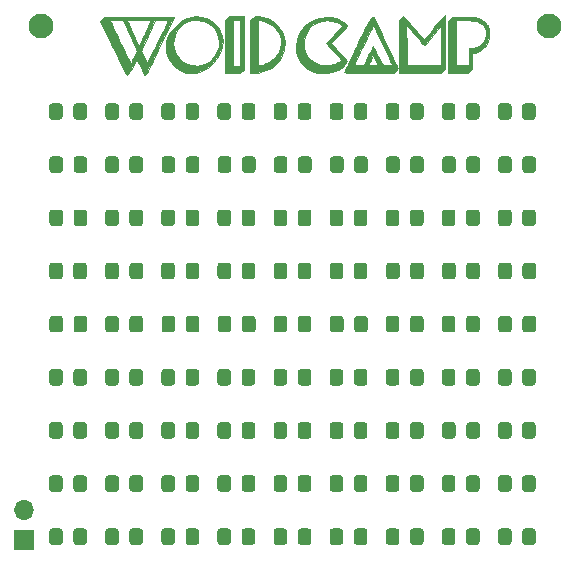
<source format=gbr>
%TF.GenerationSoftware,KiCad,Pcbnew,5.1.6*%
%TF.CreationDate,2020-08-20T19:30:15+02:00*%
%TF.ProjectId,UniBadge-9x9,556e6942-6164-4676-952d-3978392e6b69,rev?*%
%TF.SameCoordinates,Original*%
%TF.FileFunction,Soldermask,Top*%
%TF.FilePolarity,Negative*%
%FSLAX46Y46*%
G04 Gerber Fmt 4.6, Leading zero omitted, Abs format (unit mm)*
G04 Created by KiCad (PCBNEW 5.1.6) date 2020-08-20 19:30:15*
%MOMM*%
%LPD*%
G01*
G04 APERTURE LIST*
%ADD10C,0.010000*%
%ADD11C,2.100000*%
%ADD12O,1.700000X1.700000*%
%ADD13R,1.700000X1.700000*%
G04 APERTURE END LIST*
D10*
%TO.C,Ref\u002A\u002A*%
G36*
X39283783Y-2734048D02*
G01*
X39608234Y-2740806D01*
X39860754Y-2747965D01*
X40054076Y-2756686D01*
X40200931Y-2768129D01*
X40314051Y-2783454D01*
X40406170Y-2803822D01*
X40490020Y-2830394D01*
X40537951Y-2848355D01*
X40835481Y-2994375D01*
X41064582Y-3178191D01*
X41236684Y-3409470D01*
X41266394Y-3464466D01*
X41324139Y-3583704D01*
X41361062Y-3685475D01*
X41381614Y-3794608D01*
X41390242Y-3935932D01*
X41391399Y-4134274D01*
X41391258Y-4161148D01*
X41375061Y-4486936D01*
X41325671Y-4753531D01*
X41235626Y-4982403D01*
X41097462Y-5195021D01*
X40986418Y-5325851D01*
X40810356Y-5489342D01*
X40607307Y-5632001D01*
X40399667Y-5741224D01*
X40209834Y-5804411D01*
X40117072Y-5815000D01*
X39975667Y-5815000D01*
X39975667Y-7152484D01*
X39654597Y-7466000D01*
X37901334Y-7466000D01*
X37901334Y-6831000D01*
X38578667Y-6831000D01*
X39679334Y-6831000D01*
X39679334Y-5361012D01*
X40007417Y-5331292D01*
X40298472Y-5287682D01*
X40526599Y-5211317D01*
X40709704Y-5094628D01*
X40817046Y-4989057D01*
X40957082Y-4799878D01*
X41045999Y-4598585D01*
X41096042Y-4354775D01*
X41104752Y-4274792D01*
X41101137Y-3950703D01*
X41026542Y-3671237D01*
X40882182Y-3438488D01*
X40669275Y-3254548D01*
X40446448Y-3142402D01*
X40351260Y-3109136D01*
X40251083Y-3084015D01*
X40130993Y-3065453D01*
X39976062Y-3051865D01*
X39771365Y-3041665D01*
X39501976Y-3033268D01*
X39393584Y-3030556D01*
X38578667Y-3010965D01*
X38578667Y-6831000D01*
X37901334Y-6831000D01*
X37901334Y-3080962D01*
X38087866Y-2897894D01*
X38274399Y-2714825D01*
X39283783Y-2734048D01*
G37*
X39283783Y-2734048D02*
X39608234Y-2740806D01*
X39860754Y-2747965D01*
X40054076Y-2756686D01*
X40200931Y-2768129D01*
X40314051Y-2783454D01*
X40406170Y-2803822D01*
X40490020Y-2830394D01*
X40537951Y-2848355D01*
X40835481Y-2994375D01*
X41064582Y-3178191D01*
X41236684Y-3409470D01*
X41266394Y-3464466D01*
X41324139Y-3583704D01*
X41361062Y-3685475D01*
X41381614Y-3794608D01*
X41390242Y-3935932D01*
X41391399Y-4134274D01*
X41391258Y-4161148D01*
X41375061Y-4486936D01*
X41325671Y-4753531D01*
X41235626Y-4982403D01*
X41097462Y-5195021D01*
X40986418Y-5325851D01*
X40810356Y-5489342D01*
X40607307Y-5632001D01*
X40399667Y-5741224D01*
X40209834Y-5804411D01*
X40117072Y-5815000D01*
X39975667Y-5815000D01*
X39975667Y-7152484D01*
X39654597Y-7466000D01*
X37901334Y-7466000D01*
X37901334Y-6831000D01*
X38578667Y-6831000D01*
X39679334Y-6831000D01*
X39679334Y-5361012D01*
X40007417Y-5331292D01*
X40298472Y-5287682D01*
X40526599Y-5211317D01*
X40709704Y-5094628D01*
X40817046Y-4989057D01*
X40957082Y-4799878D01*
X41045999Y-4598585D01*
X41096042Y-4354775D01*
X41104752Y-4274792D01*
X41101137Y-3950703D01*
X41026542Y-3671237D01*
X40882182Y-3438488D01*
X40669275Y-3254548D01*
X40446448Y-3142402D01*
X40351260Y-3109136D01*
X40251083Y-3084015D01*
X40130993Y-3065453D01*
X39976062Y-3051865D01*
X39771365Y-3041665D01*
X39501976Y-3033268D01*
X39393584Y-3030556D01*
X38578667Y-3010965D01*
X38578667Y-6831000D01*
X37901334Y-6831000D01*
X37901334Y-3080962D01*
X38087866Y-2897894D01*
X38274399Y-2714825D01*
X39283783Y-2734048D01*
G36*
X37649427Y-7148500D02*
G01*
X37311945Y-7466000D01*
X33752667Y-7466000D01*
X33752667Y-3623806D01*
X34396630Y-3623806D01*
X34397549Y-3809396D01*
X34399775Y-4052386D01*
X34403219Y-4343693D01*
X34407794Y-4674231D01*
X34413412Y-5034918D01*
X34415363Y-5152121D01*
X34443745Y-6831000D01*
X37351000Y-6831000D01*
X37351000Y-3437260D01*
X36651961Y-4298047D01*
X36463420Y-4528638D01*
X36291497Y-4735907D01*
X36143569Y-4911199D01*
X36027014Y-5045862D01*
X35949209Y-5131243D01*
X35918059Y-5158834D01*
X35882252Y-5128005D01*
X35799094Y-5041102D01*
X35676136Y-4906502D01*
X35520933Y-4732582D01*
X35341038Y-4527717D01*
X35147168Y-4303958D01*
X34951609Y-4077759D01*
X34774696Y-3874921D01*
X34623705Y-3703644D01*
X34505916Y-3572125D01*
X34428607Y-3488566D01*
X34399061Y-3461162D01*
X34397105Y-3504700D01*
X34396630Y-3623806D01*
X33752667Y-3623806D01*
X33752667Y-2996295D01*
X33938278Y-2814132D01*
X34123889Y-2631968D01*
X34984933Y-3630818D01*
X35198083Y-3876959D01*
X35394014Y-4101069D01*
X35565820Y-4295418D01*
X35706594Y-4452273D01*
X35809430Y-4563905D01*
X35867421Y-4622581D01*
X35877251Y-4629667D01*
X35911212Y-4598490D01*
X35992712Y-4510134D01*
X36114966Y-4372361D01*
X36271189Y-4192934D01*
X36454597Y-3979616D01*
X36658405Y-3740169D01*
X36767345Y-3611286D01*
X37626167Y-2592906D01*
X37649427Y-7148500D01*
G37*
X37649427Y-7148500D02*
X37311945Y-7466000D01*
X33752667Y-7466000D01*
X33752667Y-3623806D01*
X34396630Y-3623806D01*
X34397549Y-3809396D01*
X34399775Y-4052386D01*
X34403219Y-4343693D01*
X34407794Y-4674231D01*
X34413412Y-5034918D01*
X34415363Y-5152121D01*
X34443745Y-6831000D01*
X37351000Y-6831000D01*
X37351000Y-3437260D01*
X36651961Y-4298047D01*
X36463420Y-4528638D01*
X36291497Y-4735907D01*
X36143569Y-4911199D01*
X36027014Y-5045862D01*
X35949209Y-5131243D01*
X35918059Y-5158834D01*
X35882252Y-5128005D01*
X35799094Y-5041102D01*
X35676136Y-4906502D01*
X35520933Y-4732582D01*
X35341038Y-4527717D01*
X35147168Y-4303958D01*
X34951609Y-4077759D01*
X34774696Y-3874921D01*
X34623705Y-3703644D01*
X34505916Y-3572125D01*
X34428607Y-3488566D01*
X34399061Y-3461162D01*
X34397105Y-3504700D01*
X34396630Y-3623806D01*
X33752667Y-3623806D01*
X33752667Y-2996295D01*
X33938278Y-2814132D01*
X34123889Y-2631968D01*
X34984933Y-3630818D01*
X35198083Y-3876959D01*
X35394014Y-4101069D01*
X35565820Y-4295418D01*
X35706594Y-4452273D01*
X35809430Y-4563905D01*
X35867421Y-4622581D01*
X35877251Y-4629667D01*
X35911212Y-4598490D01*
X35992712Y-4510134D01*
X36114966Y-4372361D01*
X36271189Y-4192934D01*
X36454597Y-3979616D01*
X36658405Y-3740169D01*
X36767345Y-3611286D01*
X37626167Y-2592906D01*
X37649427Y-7148500D01*
G36*
X31621532Y-2757394D02*
G01*
X31676731Y-2868520D01*
X31759904Y-3039277D01*
X31867083Y-3261306D01*
X31994302Y-3526246D01*
X32137593Y-3825737D01*
X32292989Y-4151419D01*
X32456523Y-4494932D01*
X32624228Y-4847917D01*
X32792138Y-5202012D01*
X32956284Y-5548857D01*
X33112700Y-5880094D01*
X33257418Y-6187361D01*
X33386473Y-6462299D01*
X33495896Y-6696547D01*
X33581720Y-6881746D01*
X33639979Y-7009535D01*
X33666705Y-7071555D01*
X33668000Y-7075924D01*
X33640612Y-7118191D01*
X33569522Y-7200431D01*
X33489853Y-7284481D01*
X33311705Y-7466000D01*
X31220490Y-7466000D01*
X30728801Y-7465596D01*
X30316008Y-7464285D01*
X29976344Y-7461919D01*
X29704043Y-7458352D01*
X29493336Y-7453435D01*
X29338458Y-7447021D01*
X29233641Y-7438963D01*
X29173118Y-7429113D01*
X29151123Y-7417324D01*
X29151293Y-7413084D01*
X29173038Y-7365970D01*
X29227708Y-7249385D01*
X29311978Y-7070371D01*
X29422525Y-6835971D01*
X29443542Y-6791457D01*
X29997973Y-6791457D01*
X30022116Y-6813259D01*
X30090328Y-6825197D01*
X30217001Y-6830144D01*
X30374538Y-6831000D01*
X30773134Y-6831000D01*
X30800977Y-6772745D01*
X31212667Y-6772745D01*
X31251849Y-6779760D01*
X31356796Y-6785197D01*
X31508610Y-6788266D01*
X31593389Y-6788667D01*
X31974111Y-6788667D01*
X31577217Y-5989685D01*
X31394942Y-6373254D01*
X31318271Y-6536083D01*
X31257504Y-6667964D01*
X31220409Y-6751870D01*
X31212667Y-6772745D01*
X30800977Y-6772745D01*
X31148446Y-6045772D01*
X31263074Y-5808272D01*
X31366887Y-5597571D01*
X31453931Y-5425394D01*
X31518255Y-5303471D01*
X31553906Y-5243529D01*
X31557595Y-5239630D01*
X31585590Y-5269456D01*
X31644790Y-5364677D01*
X31729245Y-5514610D01*
X31833005Y-5708573D01*
X31950122Y-5935880D01*
X31994928Y-6024859D01*
X32398424Y-6831000D01*
X32802877Y-6831000D01*
X32973985Y-6827943D01*
X33105741Y-6819719D01*
X33180771Y-6807748D01*
X33191280Y-6799250D01*
X33170425Y-6755389D01*
X33117335Y-6642916D01*
X33035782Y-6469846D01*
X32929540Y-6244196D01*
X32802383Y-5973981D01*
X32658083Y-5667217D01*
X32500415Y-5331919D01*
X32399143Y-5116500D01*
X32234940Y-4767736D01*
X32081418Y-4442717D01*
X31942395Y-4149450D01*
X31821689Y-3895942D01*
X31723119Y-3690198D01*
X31650504Y-3540226D01*
X31607661Y-3454032D01*
X31597778Y-3436193D01*
X31576649Y-3468454D01*
X31524008Y-3567971D01*
X31444352Y-3725373D01*
X31342182Y-3931289D01*
X31221995Y-4176350D01*
X31088291Y-4451183D01*
X30945569Y-4746419D01*
X30798327Y-5052687D01*
X30651064Y-5360617D01*
X30508279Y-5660836D01*
X30374470Y-5943976D01*
X30254138Y-6200665D01*
X30151779Y-6421532D01*
X30071894Y-6597208D01*
X30018981Y-6718320D01*
X30003510Y-6756917D01*
X29997973Y-6791457D01*
X29443542Y-6791457D01*
X29556022Y-6553227D01*
X29709146Y-6229182D01*
X29878572Y-5870879D01*
X30060975Y-5485360D01*
X30195502Y-5201167D01*
X30423102Y-4721491D01*
X30618284Y-4312699D01*
X30784116Y-3968805D01*
X30923662Y-3683821D01*
X31039990Y-3451758D01*
X31136166Y-3266630D01*
X31215255Y-3122449D01*
X31280325Y-3013226D01*
X31334441Y-2932976D01*
X31380669Y-2875709D01*
X31393155Y-2862426D01*
X31490600Y-2772067D01*
X31565975Y-2719432D01*
X31598273Y-2714259D01*
X31621532Y-2757394D01*
G37*
X31621532Y-2757394D02*
X31676731Y-2868520D01*
X31759904Y-3039277D01*
X31867083Y-3261306D01*
X31994302Y-3526246D01*
X32137593Y-3825737D01*
X32292989Y-4151419D01*
X32456523Y-4494932D01*
X32624228Y-4847917D01*
X32792138Y-5202012D01*
X32956284Y-5548857D01*
X33112700Y-5880094D01*
X33257418Y-6187361D01*
X33386473Y-6462299D01*
X33495896Y-6696547D01*
X33581720Y-6881746D01*
X33639979Y-7009535D01*
X33666705Y-7071555D01*
X33668000Y-7075924D01*
X33640612Y-7118191D01*
X33569522Y-7200431D01*
X33489853Y-7284481D01*
X33311705Y-7466000D01*
X31220490Y-7466000D01*
X30728801Y-7465596D01*
X30316008Y-7464285D01*
X29976344Y-7461919D01*
X29704043Y-7458352D01*
X29493336Y-7453435D01*
X29338458Y-7447021D01*
X29233641Y-7438963D01*
X29173118Y-7429113D01*
X29151123Y-7417324D01*
X29151293Y-7413084D01*
X29173038Y-7365970D01*
X29227708Y-7249385D01*
X29311978Y-7070371D01*
X29422525Y-6835971D01*
X29443542Y-6791457D01*
X29997973Y-6791457D01*
X30022116Y-6813259D01*
X30090328Y-6825197D01*
X30217001Y-6830144D01*
X30374538Y-6831000D01*
X30773134Y-6831000D01*
X30800977Y-6772745D01*
X31212667Y-6772745D01*
X31251849Y-6779760D01*
X31356796Y-6785197D01*
X31508610Y-6788266D01*
X31593389Y-6788667D01*
X31974111Y-6788667D01*
X31577217Y-5989685D01*
X31394942Y-6373254D01*
X31318271Y-6536083D01*
X31257504Y-6667964D01*
X31220409Y-6751870D01*
X31212667Y-6772745D01*
X30800977Y-6772745D01*
X31148446Y-6045772D01*
X31263074Y-5808272D01*
X31366887Y-5597571D01*
X31453931Y-5425394D01*
X31518255Y-5303471D01*
X31553906Y-5243529D01*
X31557595Y-5239630D01*
X31585590Y-5269456D01*
X31644790Y-5364677D01*
X31729245Y-5514610D01*
X31833005Y-5708573D01*
X31950122Y-5935880D01*
X31994928Y-6024859D01*
X32398424Y-6831000D01*
X32802877Y-6831000D01*
X32973985Y-6827943D01*
X33105741Y-6819719D01*
X33180771Y-6807748D01*
X33191280Y-6799250D01*
X33170425Y-6755389D01*
X33117335Y-6642916D01*
X33035782Y-6469846D01*
X32929540Y-6244196D01*
X32802383Y-5973981D01*
X32658083Y-5667217D01*
X32500415Y-5331919D01*
X32399143Y-5116500D01*
X32234940Y-4767736D01*
X32081418Y-4442717D01*
X31942395Y-4149450D01*
X31821689Y-3895942D01*
X31723119Y-3690198D01*
X31650504Y-3540226D01*
X31607661Y-3454032D01*
X31597778Y-3436193D01*
X31576649Y-3468454D01*
X31524008Y-3567971D01*
X31444352Y-3725373D01*
X31342182Y-3931289D01*
X31221995Y-4176350D01*
X31088291Y-4451183D01*
X30945569Y-4746419D01*
X30798327Y-5052687D01*
X30651064Y-5360617D01*
X30508279Y-5660836D01*
X30374470Y-5943976D01*
X30254138Y-6200665D01*
X30151779Y-6421532D01*
X30071894Y-6597208D01*
X30018981Y-6718320D01*
X30003510Y-6756917D01*
X29997973Y-6791457D01*
X29443542Y-6791457D01*
X29556022Y-6553227D01*
X29709146Y-6229182D01*
X29878572Y-5870879D01*
X30060975Y-5485360D01*
X30195502Y-5201167D01*
X30423102Y-4721491D01*
X30618284Y-4312699D01*
X30784116Y-3968805D01*
X30923662Y-3683821D01*
X31039990Y-3451758D01*
X31136166Y-3266630D01*
X31215255Y-3122449D01*
X31280325Y-3013226D01*
X31334441Y-2932976D01*
X31380669Y-2875709D01*
X31393155Y-2862426D01*
X31490600Y-2772067D01*
X31565975Y-2719432D01*
X31598273Y-2714259D01*
X31621532Y-2757394D01*
G36*
X28000965Y-2743488D02*
G01*
X28402126Y-2825946D01*
X28747111Y-2962079D01*
X28898331Y-3044939D01*
X29054535Y-3146181D01*
X29198523Y-3252600D01*
X29313095Y-3350991D01*
X29381050Y-3428150D01*
X29392334Y-3457427D01*
X29364679Y-3502430D01*
X29287072Y-3599805D01*
X29167543Y-3740230D01*
X29014128Y-3914383D01*
X28834857Y-4112944D01*
X28715333Y-4243046D01*
X28038333Y-4975207D01*
X28718449Y-5711605D01*
X28967801Y-5985406D01*
X29157275Y-6201974D01*
X29286567Y-6360940D01*
X29355371Y-6461930D01*
X29366066Y-6501918D01*
X29325369Y-6559177D01*
X29246871Y-6662230D01*
X29145938Y-6790981D01*
X29122691Y-6820203D01*
X29003403Y-6961674D01*
X28899428Y-7056950D01*
X28779736Y-7128672D01*
X28613296Y-7199484D01*
X28591158Y-7208052D01*
X28070030Y-7377615D01*
X27585337Y-7470886D01*
X27136867Y-7487901D01*
X26936679Y-7469308D01*
X26534411Y-7376113D01*
X26161176Y-7216206D01*
X25828736Y-6997511D01*
X25548850Y-6727953D01*
X25333280Y-6415456D01*
X25311784Y-6374444D01*
X25168215Y-6003893D01*
X25091075Y-5603029D01*
X25078047Y-5186864D01*
X25080335Y-5167322D01*
X25724804Y-5167322D01*
X25743645Y-5311257D01*
X25848316Y-5705153D01*
X26017504Y-6044454D01*
X26250510Y-6328320D01*
X26546636Y-6555914D01*
X26905182Y-6726396D01*
X26930913Y-6735579D01*
X27076835Y-6781980D01*
X27208837Y-6809642D01*
X27355208Y-6821787D01*
X27544236Y-6821635D01*
X27656667Y-6818203D01*
X27877824Y-6806947D01*
X28045426Y-6787506D01*
X28190559Y-6753694D01*
X28344310Y-6699323D01*
X28429639Y-6664385D01*
X28600270Y-6593892D01*
X28728317Y-6536825D01*
X28812207Y-6483661D01*
X28850369Y-6424878D01*
X28841232Y-6350956D01*
X28783224Y-6252371D01*
X28674773Y-6119604D01*
X28514309Y-5943131D01*
X28300260Y-5713432D01*
X28266742Y-5677362D01*
X27608465Y-4968224D01*
X28278149Y-4245748D01*
X28468316Y-4038522D01*
X28637500Y-3850201D01*
X28777612Y-3690113D01*
X28880568Y-3567587D01*
X28938279Y-3491952D01*
X28947834Y-3473219D01*
X28910565Y-3424971D01*
X28810831Y-3359037D01*
X28666742Y-3283738D01*
X28496407Y-3207393D01*
X28317935Y-3138322D01*
X28149435Y-3084846D01*
X28053492Y-3062326D01*
X27682230Y-3030645D01*
X27306095Y-3068884D01*
X26941791Y-3171341D01*
X26606020Y-3332312D01*
X26315484Y-3546095D01*
X26160422Y-3708696D01*
X25950576Y-4029063D01*
X25804804Y-4391342D01*
X25727936Y-4776954D01*
X25724804Y-5167322D01*
X25080335Y-5167322D01*
X25126814Y-4770414D01*
X25235060Y-4368692D01*
X25400468Y-3996713D01*
X25620720Y-3669491D01*
X25751184Y-3526870D01*
X26001660Y-3307516D01*
X26266087Y-3134934D01*
X26575715Y-2989583D01*
X26668068Y-2953620D01*
X27140519Y-2807352D01*
X27582623Y-2737299D01*
X28000965Y-2743488D01*
G37*
X28000965Y-2743488D02*
X28402126Y-2825946D01*
X28747111Y-2962079D01*
X28898331Y-3044939D01*
X29054535Y-3146181D01*
X29198523Y-3252600D01*
X29313095Y-3350991D01*
X29381050Y-3428150D01*
X29392334Y-3457427D01*
X29364679Y-3502430D01*
X29287072Y-3599805D01*
X29167543Y-3740230D01*
X29014128Y-3914383D01*
X28834857Y-4112944D01*
X28715333Y-4243046D01*
X28038333Y-4975207D01*
X28718449Y-5711605D01*
X28967801Y-5985406D01*
X29157275Y-6201974D01*
X29286567Y-6360940D01*
X29355371Y-6461930D01*
X29366066Y-6501918D01*
X29325369Y-6559177D01*
X29246871Y-6662230D01*
X29145938Y-6790981D01*
X29122691Y-6820203D01*
X29003403Y-6961674D01*
X28899428Y-7056950D01*
X28779736Y-7128672D01*
X28613296Y-7199484D01*
X28591158Y-7208052D01*
X28070030Y-7377615D01*
X27585337Y-7470886D01*
X27136867Y-7487901D01*
X26936679Y-7469308D01*
X26534411Y-7376113D01*
X26161176Y-7216206D01*
X25828736Y-6997511D01*
X25548850Y-6727953D01*
X25333280Y-6415456D01*
X25311784Y-6374444D01*
X25168215Y-6003893D01*
X25091075Y-5603029D01*
X25078047Y-5186864D01*
X25080335Y-5167322D01*
X25724804Y-5167322D01*
X25743645Y-5311257D01*
X25848316Y-5705153D01*
X26017504Y-6044454D01*
X26250510Y-6328320D01*
X26546636Y-6555914D01*
X26905182Y-6726396D01*
X26930913Y-6735579D01*
X27076835Y-6781980D01*
X27208837Y-6809642D01*
X27355208Y-6821787D01*
X27544236Y-6821635D01*
X27656667Y-6818203D01*
X27877824Y-6806947D01*
X28045426Y-6787506D01*
X28190559Y-6753694D01*
X28344310Y-6699323D01*
X28429639Y-6664385D01*
X28600270Y-6593892D01*
X28728317Y-6536825D01*
X28812207Y-6483661D01*
X28850369Y-6424878D01*
X28841232Y-6350956D01*
X28783224Y-6252371D01*
X28674773Y-6119604D01*
X28514309Y-5943131D01*
X28300260Y-5713432D01*
X28266742Y-5677362D01*
X27608465Y-4968224D01*
X28278149Y-4245748D01*
X28468316Y-4038522D01*
X28637500Y-3850201D01*
X28777612Y-3690113D01*
X28880568Y-3567587D01*
X28938279Y-3491952D01*
X28947834Y-3473219D01*
X28910565Y-3424971D01*
X28810831Y-3359037D01*
X28666742Y-3283738D01*
X28496407Y-3207393D01*
X28317935Y-3138322D01*
X28149435Y-3084846D01*
X28053492Y-3062326D01*
X27682230Y-3030645D01*
X27306095Y-3068884D01*
X26941791Y-3171341D01*
X26606020Y-3332312D01*
X26315484Y-3546095D01*
X26160422Y-3708696D01*
X25950576Y-4029063D01*
X25804804Y-4391342D01*
X25727936Y-4776954D01*
X25724804Y-5167322D01*
X25080335Y-5167322D01*
X25126814Y-4770414D01*
X25235060Y-4368692D01*
X25400468Y-3996713D01*
X25620720Y-3669491D01*
X25751184Y-3526870D01*
X26001660Y-3307516D01*
X26266087Y-3134934D01*
X26575715Y-2989583D01*
X26668068Y-2953620D01*
X27140519Y-2807352D01*
X27582623Y-2737299D01*
X28000965Y-2743488D01*
G36*
X22186753Y-2724439D02*
G01*
X22572382Y-2842163D01*
X22946463Y-3029573D01*
X23294393Y-3280107D01*
X23448406Y-3421440D01*
X23728267Y-3750404D01*
X23929377Y-4104965D01*
X24052590Y-4488231D01*
X24098760Y-4903311D01*
X24068741Y-5353313D01*
X24033880Y-5552202D01*
X23906994Y-5975916D01*
X23711015Y-6352880D01*
X23448897Y-6680815D01*
X23123593Y-6957443D01*
X22738056Y-7180485D01*
X22295242Y-7347661D01*
X21798102Y-7456693D01*
X21523033Y-7489314D01*
X21179667Y-7519266D01*
X21179667Y-6831000D01*
X21814667Y-6831000D01*
X21952250Y-6830107D01*
X22062519Y-6815456D01*
X22217323Y-6777989D01*
X22376690Y-6727977D01*
X22771519Y-6548021D01*
X23111029Y-6308054D01*
X23390120Y-6012413D01*
X23587711Y-5697817D01*
X23719986Y-5349510D01*
X23773354Y-4996765D01*
X23752637Y-4647731D01*
X23662653Y-4310554D01*
X23508223Y-3993380D01*
X23294167Y-3704355D01*
X23025305Y-3451628D01*
X22706457Y-3243344D01*
X22342444Y-3087649D01*
X21992229Y-3001224D01*
X21814667Y-2971225D01*
X21814667Y-6831000D01*
X21179667Y-6831000D01*
X21179667Y-2986609D01*
X21391431Y-2834471D01*
X21534497Y-2742224D01*
X21654511Y-2696247D01*
X21788348Y-2683004D01*
X21804181Y-2682959D01*
X22186753Y-2724439D01*
G37*
X22186753Y-2724439D02*
X22572382Y-2842163D01*
X22946463Y-3029573D01*
X23294393Y-3280107D01*
X23448406Y-3421440D01*
X23728267Y-3750404D01*
X23929377Y-4104965D01*
X24052590Y-4488231D01*
X24098760Y-4903311D01*
X24068741Y-5353313D01*
X24033880Y-5552202D01*
X23906994Y-5975916D01*
X23711015Y-6352880D01*
X23448897Y-6680815D01*
X23123593Y-6957443D01*
X22738056Y-7180485D01*
X22295242Y-7347661D01*
X21798102Y-7456693D01*
X21523033Y-7489314D01*
X21179667Y-7519266D01*
X21179667Y-6831000D01*
X21814667Y-6831000D01*
X21952250Y-6830107D01*
X22062519Y-6815456D01*
X22217323Y-6777989D01*
X22376690Y-6727977D01*
X22771519Y-6548021D01*
X23111029Y-6308054D01*
X23390120Y-6012413D01*
X23587711Y-5697817D01*
X23719986Y-5349510D01*
X23773354Y-4996765D01*
X23752637Y-4647731D01*
X23662653Y-4310554D01*
X23508223Y-3993380D01*
X23294167Y-3704355D01*
X23025305Y-3451628D01*
X22706457Y-3243344D01*
X22342444Y-3087649D01*
X21992229Y-3001224D01*
X21814667Y-2971225D01*
X21814667Y-6831000D01*
X21179667Y-6831000D01*
X21179667Y-2986609D01*
X21391431Y-2834471D01*
X21534497Y-2742224D01*
X21654511Y-2696247D01*
X21788348Y-2683004D01*
X21804181Y-2682959D01*
X22186753Y-2724439D01*
G36*
X20006519Y-2682334D02*
G01*
X20629334Y-2682334D01*
X20629334Y-7194817D01*
X20468799Y-7351575D01*
X20308264Y-7508334D01*
X19020667Y-7508334D01*
X19020667Y-3038628D01*
X19081762Y-2978667D01*
X19698000Y-2978667D01*
X19698000Y-6873334D01*
X20333000Y-6873334D01*
X20333000Y-2978667D01*
X19698000Y-2978667D01*
X19081762Y-2978667D01*
X19202186Y-2860481D01*
X19383705Y-2682333D01*
X20006519Y-2682334D01*
G37*
X20006519Y-2682334D02*
X20629334Y-2682334D01*
X20629334Y-7194817D01*
X20468799Y-7351575D01*
X20308264Y-7508334D01*
X19020667Y-7508334D01*
X19020667Y-3038628D01*
X19081762Y-2978667D01*
X19698000Y-2978667D01*
X19698000Y-6873334D01*
X20333000Y-6873334D01*
X20333000Y-2978667D01*
X19698000Y-2978667D01*
X19081762Y-2978667D01*
X19202186Y-2860481D01*
X19383705Y-2682333D01*
X20006519Y-2682334D01*
G36*
X17032391Y-2719998D02*
G01*
X17438559Y-2832865D01*
X17809414Y-3022431D01*
X18146467Y-3289300D01*
X18175402Y-3317334D01*
X18433736Y-3618547D01*
X18626206Y-3954070D01*
X18762881Y-4341832D01*
X18773256Y-4381748D01*
X18840021Y-4792905D01*
X18827489Y-5189902D01*
X18734554Y-5576081D01*
X18560107Y-5954785D01*
X18303043Y-6329358D01*
X18025834Y-6639826D01*
X17650092Y-6974199D01*
X17262874Y-7227274D01*
X16866172Y-7398336D01*
X16461980Y-7486671D01*
X16052291Y-7491565D01*
X15772673Y-7447116D01*
X15388191Y-7318493D01*
X15030224Y-7119331D01*
X14710101Y-6860474D01*
X14439151Y-6552764D01*
X14228705Y-6207044D01*
X14091003Y-5837667D01*
X14059197Y-5669243D01*
X14036143Y-5458558D01*
X14026305Y-5247910D01*
X14026226Y-5224023D01*
X14048180Y-4971830D01*
X14664853Y-4971830D01*
X14711432Y-5332484D01*
X14823784Y-5676962D01*
X14997928Y-5995660D01*
X15229884Y-6278975D01*
X15515670Y-6517305D01*
X15851306Y-6701045D01*
X16168843Y-6806173D01*
X16388903Y-6851699D01*
X16573640Y-6867089D01*
X16765860Y-6853543D01*
X16927975Y-6827453D01*
X17310433Y-6716297D01*
X17656097Y-6533922D01*
X17956688Y-6288829D01*
X18203929Y-5989519D01*
X18389540Y-5644494D01*
X18505244Y-5262253D01*
X18517153Y-5195508D01*
X18536384Y-4820804D01*
X18478229Y-4453177D01*
X18349882Y-4103520D01*
X18158539Y-3782725D01*
X17911395Y-3501684D01*
X17615643Y-3271288D01*
X17278479Y-3102429D01*
X17096189Y-3044368D01*
X16700110Y-2983781D01*
X16304947Y-3005841D01*
X15920102Y-3108954D01*
X15554975Y-3291528D01*
X15525113Y-3310683D01*
X15340462Y-3439508D01*
X15202359Y-3561136D01*
X15083119Y-3703869D01*
X14959555Y-3888834D01*
X14784933Y-4240401D01*
X14688026Y-4604601D01*
X14664853Y-4971830D01*
X14048180Y-4971830D01*
X14058796Y-4849884D01*
X14157526Y-4495716D01*
X14326820Y-4152331D01*
X14571079Y-3810538D01*
X14849157Y-3506157D01*
X15190831Y-3197212D01*
X15524458Y-2965615D01*
X15860964Y-2806197D01*
X16211275Y-2713793D01*
X16586317Y-2683235D01*
X16589400Y-2683226D01*
X17032391Y-2719998D01*
G37*
X17032391Y-2719998D02*
X17438559Y-2832865D01*
X17809414Y-3022431D01*
X18146467Y-3289300D01*
X18175402Y-3317334D01*
X18433736Y-3618547D01*
X18626206Y-3954070D01*
X18762881Y-4341832D01*
X18773256Y-4381748D01*
X18840021Y-4792905D01*
X18827489Y-5189902D01*
X18734554Y-5576081D01*
X18560107Y-5954785D01*
X18303043Y-6329358D01*
X18025834Y-6639826D01*
X17650092Y-6974199D01*
X17262874Y-7227274D01*
X16866172Y-7398336D01*
X16461980Y-7486671D01*
X16052291Y-7491565D01*
X15772673Y-7447116D01*
X15388191Y-7318493D01*
X15030224Y-7119331D01*
X14710101Y-6860474D01*
X14439151Y-6552764D01*
X14228705Y-6207044D01*
X14091003Y-5837667D01*
X14059197Y-5669243D01*
X14036143Y-5458558D01*
X14026305Y-5247910D01*
X14026226Y-5224023D01*
X14048180Y-4971830D01*
X14664853Y-4971830D01*
X14711432Y-5332484D01*
X14823784Y-5676962D01*
X14997928Y-5995660D01*
X15229884Y-6278975D01*
X15515670Y-6517305D01*
X15851306Y-6701045D01*
X16168843Y-6806173D01*
X16388903Y-6851699D01*
X16573640Y-6867089D01*
X16765860Y-6853543D01*
X16927975Y-6827453D01*
X17310433Y-6716297D01*
X17656097Y-6533922D01*
X17956688Y-6288829D01*
X18203929Y-5989519D01*
X18389540Y-5644494D01*
X18505244Y-5262253D01*
X18517153Y-5195508D01*
X18536384Y-4820804D01*
X18478229Y-4453177D01*
X18349882Y-4103520D01*
X18158539Y-3782725D01*
X17911395Y-3501684D01*
X17615643Y-3271288D01*
X17278479Y-3102429D01*
X17096189Y-3044368D01*
X16700110Y-2983781D01*
X16304947Y-3005841D01*
X15920102Y-3108954D01*
X15554975Y-3291528D01*
X15525113Y-3310683D01*
X15340462Y-3439508D01*
X15202359Y-3561136D01*
X15083119Y-3703869D01*
X14959555Y-3888834D01*
X14784933Y-4240401D01*
X14688026Y-4604601D01*
X14664853Y-4971830D01*
X14048180Y-4971830D01*
X14058796Y-4849884D01*
X14157526Y-4495716D01*
X14326820Y-4152331D01*
X14571079Y-3810538D01*
X14849157Y-3506157D01*
X15190831Y-3197212D01*
X15524458Y-2965615D01*
X15860964Y-2806197D01*
X16211275Y-2713793D01*
X16586317Y-2683235D01*
X16589400Y-2683226D01*
X17032391Y-2719998D01*
G36*
X12239852Y-2725110D02*
G01*
X12705969Y-2726389D01*
X13139712Y-2728433D01*
X13534297Y-2731168D01*
X13882936Y-2734521D01*
X14178846Y-2738420D01*
X14415239Y-2742791D01*
X14585332Y-2747561D01*
X14682337Y-2752659D01*
X14703123Y-2756417D01*
X14685541Y-2799442D01*
X14634769Y-2912035D01*
X14554020Y-3087322D01*
X14446510Y-3318432D01*
X14315452Y-3598491D01*
X14164062Y-3920628D01*
X13995554Y-4277968D01*
X13813143Y-4663640D01*
X13658631Y-4989500D01*
X13389147Y-5554665D01*
X13152389Y-6045583D01*
X12946714Y-6465383D01*
X12770480Y-6817194D01*
X12622043Y-7104147D01*
X12499761Y-7329370D01*
X12401991Y-7495995D01*
X12327090Y-7607149D01*
X12273416Y-7665963D01*
X12247590Y-7677667D01*
X12220845Y-7641260D01*
X12164988Y-7540217D01*
X12086327Y-7386802D01*
X11991171Y-7193279D01*
X11899136Y-7000259D01*
X11773660Y-6738806D01*
X11677446Y-6550883D01*
X11607703Y-6431652D01*
X11561641Y-6376276D01*
X11538993Y-6375842D01*
X11502237Y-6434117D01*
X11436579Y-6548509D01*
X11352634Y-6700258D01*
X11293404Y-6809834D01*
X11171474Y-7029835D01*
X11049567Y-7236361D01*
X10935843Y-7416886D01*
X10838463Y-7558881D01*
X10765587Y-7649820D01*
X10728057Y-7677667D01*
X10703795Y-7640691D01*
X10645815Y-7534136D01*
X10557431Y-7364567D01*
X10441952Y-7138543D01*
X10302692Y-6862629D01*
X10142961Y-6543386D01*
X9966072Y-6187377D01*
X9775336Y-5801163D01*
X9574065Y-5391307D01*
X9569059Y-5381084D01*
X8444517Y-3084500D01*
X8481177Y-3046714D01*
X9284000Y-3046714D01*
X9301897Y-3089742D01*
X9352643Y-3199138D01*
X9431818Y-3365865D01*
X9535007Y-3580889D01*
X9657789Y-3835172D01*
X9795748Y-4119680D01*
X9944465Y-4425376D01*
X10099522Y-4743225D01*
X10256501Y-5064190D01*
X10410984Y-5379236D01*
X10558553Y-5679327D01*
X10694790Y-5955427D01*
X10815276Y-6198500D01*
X10915595Y-6399510D01*
X10991326Y-6549421D01*
X11038054Y-6639199D01*
X11051524Y-6661667D01*
X11074366Y-6625600D01*
X11126008Y-6526621D01*
X11199493Y-6378563D01*
X11287865Y-6195261D01*
X11317666Y-6132447D01*
X11566762Y-5605414D01*
X11913919Y-5605414D01*
X12424617Y-6682834D01*
X12935208Y-5666834D01*
X13100192Y-5337169D01*
X13278920Y-4977690D01*
X13459734Y-4612002D01*
X13630978Y-4263709D01*
X13780995Y-3956415D01*
X13839969Y-3834698D01*
X14234139Y-3018563D01*
X13133083Y-3042167D01*
X12523501Y-4323791D01*
X11913919Y-5605414D01*
X11566762Y-5605414D01*
X11567797Y-5603226D01*
X10374996Y-3034100D01*
X10738455Y-3034100D01*
X10751855Y-3074675D01*
X10797142Y-3181405D01*
X10869695Y-3344055D01*
X10964891Y-3552391D01*
X11078106Y-3796179D01*
X11192931Y-4040284D01*
X11321832Y-4313379D01*
X11440308Y-4565598D01*
X11543019Y-4785474D01*
X11624624Y-4961542D01*
X11679781Y-5082333D01*
X11701871Y-5132955D01*
X11736619Y-5202367D01*
X11757722Y-5217621D01*
X11779290Y-5176570D01*
X11832251Y-5068799D01*
X11911865Y-4904157D01*
X12013396Y-4692495D01*
X12132103Y-4443662D01*
X12263250Y-4167509D01*
X12284967Y-4121667D01*
X12796191Y-3042167D01*
X11774640Y-3030817D01*
X11489655Y-3028237D01*
X11234083Y-3027047D01*
X11019682Y-3027209D01*
X10858208Y-3028685D01*
X10761419Y-3031438D01*
X10738455Y-3034100D01*
X10374996Y-3034100D01*
X10368913Y-3021000D01*
X9826457Y-3021000D01*
X9623309Y-3022882D01*
X9454806Y-3028026D01*
X9336781Y-3035682D01*
X9285064Y-3045101D01*
X9284000Y-3046714D01*
X8481177Y-3046714D01*
X8619073Y-2904584D01*
X8793628Y-2724667D01*
X11748148Y-2724667D01*
X12239852Y-2725110D01*
G37*
X12239852Y-2725110D02*
X12705969Y-2726389D01*
X13139712Y-2728433D01*
X13534297Y-2731168D01*
X13882936Y-2734521D01*
X14178846Y-2738420D01*
X14415239Y-2742791D01*
X14585332Y-2747561D01*
X14682337Y-2752659D01*
X14703123Y-2756417D01*
X14685541Y-2799442D01*
X14634769Y-2912035D01*
X14554020Y-3087322D01*
X14446510Y-3318432D01*
X14315452Y-3598491D01*
X14164062Y-3920628D01*
X13995554Y-4277968D01*
X13813143Y-4663640D01*
X13658631Y-4989500D01*
X13389147Y-5554665D01*
X13152389Y-6045583D01*
X12946714Y-6465383D01*
X12770480Y-6817194D01*
X12622043Y-7104147D01*
X12499761Y-7329370D01*
X12401991Y-7495995D01*
X12327090Y-7607149D01*
X12273416Y-7665963D01*
X12247590Y-7677667D01*
X12220845Y-7641260D01*
X12164988Y-7540217D01*
X12086327Y-7386802D01*
X11991171Y-7193279D01*
X11899136Y-7000259D01*
X11773660Y-6738806D01*
X11677446Y-6550883D01*
X11607703Y-6431652D01*
X11561641Y-6376276D01*
X11538993Y-6375842D01*
X11502237Y-6434117D01*
X11436579Y-6548509D01*
X11352634Y-6700258D01*
X11293404Y-6809834D01*
X11171474Y-7029835D01*
X11049567Y-7236361D01*
X10935843Y-7416886D01*
X10838463Y-7558881D01*
X10765587Y-7649820D01*
X10728057Y-7677667D01*
X10703795Y-7640691D01*
X10645815Y-7534136D01*
X10557431Y-7364567D01*
X10441952Y-7138543D01*
X10302692Y-6862629D01*
X10142961Y-6543386D01*
X9966072Y-6187377D01*
X9775336Y-5801163D01*
X9574065Y-5391307D01*
X9569059Y-5381084D01*
X8444517Y-3084500D01*
X8481177Y-3046714D01*
X9284000Y-3046714D01*
X9301897Y-3089742D01*
X9352643Y-3199138D01*
X9431818Y-3365865D01*
X9535007Y-3580889D01*
X9657789Y-3835172D01*
X9795748Y-4119680D01*
X9944465Y-4425376D01*
X10099522Y-4743225D01*
X10256501Y-5064190D01*
X10410984Y-5379236D01*
X10558553Y-5679327D01*
X10694790Y-5955427D01*
X10815276Y-6198500D01*
X10915595Y-6399510D01*
X10991326Y-6549421D01*
X11038054Y-6639199D01*
X11051524Y-6661667D01*
X11074366Y-6625600D01*
X11126008Y-6526621D01*
X11199493Y-6378563D01*
X11287865Y-6195261D01*
X11317666Y-6132447D01*
X11566762Y-5605414D01*
X11913919Y-5605414D01*
X12424617Y-6682834D01*
X12935208Y-5666834D01*
X13100192Y-5337169D01*
X13278920Y-4977690D01*
X13459734Y-4612002D01*
X13630978Y-4263709D01*
X13780995Y-3956415D01*
X13839969Y-3834698D01*
X14234139Y-3018563D01*
X13133083Y-3042167D01*
X12523501Y-4323791D01*
X11913919Y-5605414D01*
X11566762Y-5605414D01*
X11567797Y-5603226D01*
X10374996Y-3034100D01*
X10738455Y-3034100D01*
X10751855Y-3074675D01*
X10797142Y-3181405D01*
X10869695Y-3344055D01*
X10964891Y-3552391D01*
X11078106Y-3796179D01*
X11192931Y-4040284D01*
X11321832Y-4313379D01*
X11440308Y-4565598D01*
X11543019Y-4785474D01*
X11624624Y-4961542D01*
X11679781Y-5082333D01*
X11701871Y-5132955D01*
X11736619Y-5202367D01*
X11757722Y-5217621D01*
X11779290Y-5176570D01*
X11832251Y-5068799D01*
X11911865Y-4904157D01*
X12013396Y-4692495D01*
X12132103Y-4443662D01*
X12263250Y-4167509D01*
X12284967Y-4121667D01*
X12796191Y-3042167D01*
X11774640Y-3030817D01*
X11489655Y-3028237D01*
X11234083Y-3027047D01*
X11019682Y-3027209D01*
X10858208Y-3028685D01*
X10761419Y-3031438D01*
X10738455Y-3034100D01*
X10374996Y-3034100D01*
X10368913Y-3021000D01*
X9826457Y-3021000D01*
X9623309Y-3022882D01*
X9454806Y-3028026D01*
X9336781Y-3035682D01*
X9285064Y-3045101D01*
X9284000Y-3046714D01*
X8481177Y-3046714D01*
X8619073Y-2904584D01*
X8793628Y-2724667D01*
X11748148Y-2724667D01*
X12239852Y-2725110D01*
%TD*%
%TO.C,D15*%
G36*
G01*
X29975000Y-15700001D02*
X29975000Y-14799999D01*
G75*
G02*
X30224999Y-14550000I249999J0D01*
G01*
X30875001Y-14550000D01*
G75*
G02*
X31125000Y-14799999I0J-249999D01*
G01*
X31125000Y-15700001D01*
G75*
G02*
X30875001Y-15950000I-249999J0D01*
G01*
X30224999Y-15950000D01*
G75*
G02*
X29975000Y-15700001I0J249999D01*
G01*
G37*
G36*
G01*
X27925000Y-15700001D02*
X27925000Y-14799999D01*
G75*
G02*
X28174999Y-14550000I249999J0D01*
G01*
X28825001Y-14550000D01*
G75*
G02*
X29075000Y-14799999I0J-249999D01*
G01*
X29075000Y-15700001D01*
G75*
G02*
X28825001Y-15950000I-249999J0D01*
G01*
X28174999Y-15950000D01*
G75*
G02*
X27925000Y-15700001I0J249999D01*
G01*
G37*
%TD*%
D11*
%TO.C,REF\u002A\u002A*%
X3500000Y-3500000D03*
%TD*%
%TO.C,REF\u002A\u002A*%
X46500000Y-3500000D03*
%TD*%
%TO.C,D81*%
G36*
G01*
X44200000Y-47200001D02*
X44200000Y-46299999D01*
G75*
G02*
X44449999Y-46050000I249999J0D01*
G01*
X45100001Y-46050000D01*
G75*
G02*
X45350000Y-46299999I0J-249999D01*
G01*
X45350000Y-47200001D01*
G75*
G02*
X45100001Y-47450000I-249999J0D01*
G01*
X44449999Y-47450000D01*
G75*
G02*
X44200000Y-47200001I0J249999D01*
G01*
G37*
G36*
G01*
X42150000Y-47200001D02*
X42150000Y-46299999D01*
G75*
G02*
X42399999Y-46050000I249999J0D01*
G01*
X43050001Y-46050000D01*
G75*
G02*
X43300000Y-46299999I0J-249999D01*
G01*
X43300000Y-47200001D01*
G75*
G02*
X43050001Y-47450000I-249999J0D01*
G01*
X42399999Y-47450000D01*
G75*
G02*
X42150000Y-47200001I0J249999D01*
G01*
G37*
%TD*%
%TO.C,D80*%
G36*
G01*
X39450000Y-47200001D02*
X39450000Y-46299999D01*
G75*
G02*
X39699999Y-46050000I249999J0D01*
G01*
X40350001Y-46050000D01*
G75*
G02*
X40600000Y-46299999I0J-249999D01*
G01*
X40600000Y-47200001D01*
G75*
G02*
X40350001Y-47450000I-249999J0D01*
G01*
X39699999Y-47450000D01*
G75*
G02*
X39450000Y-47200001I0J249999D01*
G01*
G37*
G36*
G01*
X37400000Y-47200001D02*
X37400000Y-46299999D01*
G75*
G02*
X37649999Y-46050000I249999J0D01*
G01*
X38300001Y-46050000D01*
G75*
G02*
X38550000Y-46299999I0J-249999D01*
G01*
X38550000Y-47200001D01*
G75*
G02*
X38300001Y-47450000I-249999J0D01*
G01*
X37649999Y-47450000D01*
G75*
G02*
X37400000Y-47200001I0J249999D01*
G01*
G37*
%TD*%
%TO.C,D79*%
G36*
G01*
X34700000Y-47200001D02*
X34700000Y-46299999D01*
G75*
G02*
X34949999Y-46050000I249999J0D01*
G01*
X35600001Y-46050000D01*
G75*
G02*
X35850000Y-46299999I0J-249999D01*
G01*
X35850000Y-47200001D01*
G75*
G02*
X35600001Y-47450000I-249999J0D01*
G01*
X34949999Y-47450000D01*
G75*
G02*
X34700000Y-47200001I0J249999D01*
G01*
G37*
G36*
G01*
X32650000Y-47200001D02*
X32650000Y-46299999D01*
G75*
G02*
X32899999Y-46050000I249999J0D01*
G01*
X33550001Y-46050000D01*
G75*
G02*
X33800000Y-46299999I0J-249999D01*
G01*
X33800000Y-47200001D01*
G75*
G02*
X33550001Y-47450000I-249999J0D01*
G01*
X32899999Y-47450000D01*
G75*
G02*
X32650000Y-47200001I0J249999D01*
G01*
G37*
%TD*%
%TO.C,D78*%
G36*
G01*
X29950000Y-47200001D02*
X29950000Y-46299999D01*
G75*
G02*
X30199999Y-46050000I249999J0D01*
G01*
X30850001Y-46050000D01*
G75*
G02*
X31100000Y-46299999I0J-249999D01*
G01*
X31100000Y-47200001D01*
G75*
G02*
X30850001Y-47450000I-249999J0D01*
G01*
X30199999Y-47450000D01*
G75*
G02*
X29950000Y-47200001I0J249999D01*
G01*
G37*
G36*
G01*
X27900000Y-47200001D02*
X27900000Y-46299999D01*
G75*
G02*
X28149999Y-46050000I249999J0D01*
G01*
X28800001Y-46050000D01*
G75*
G02*
X29050000Y-46299999I0J-249999D01*
G01*
X29050000Y-47200001D01*
G75*
G02*
X28800001Y-47450000I-249999J0D01*
G01*
X28149999Y-47450000D01*
G75*
G02*
X27900000Y-47200001I0J249999D01*
G01*
G37*
%TD*%
%TO.C,D77*%
G36*
G01*
X25200000Y-47200001D02*
X25200000Y-46299999D01*
G75*
G02*
X25449999Y-46050000I249999J0D01*
G01*
X26100001Y-46050000D01*
G75*
G02*
X26350000Y-46299999I0J-249999D01*
G01*
X26350000Y-47200001D01*
G75*
G02*
X26100001Y-47450000I-249999J0D01*
G01*
X25449999Y-47450000D01*
G75*
G02*
X25200000Y-47200001I0J249999D01*
G01*
G37*
G36*
G01*
X23150000Y-47200001D02*
X23150000Y-46299999D01*
G75*
G02*
X23399999Y-46050000I249999J0D01*
G01*
X24050001Y-46050000D01*
G75*
G02*
X24300000Y-46299999I0J-249999D01*
G01*
X24300000Y-47200001D01*
G75*
G02*
X24050001Y-47450000I-249999J0D01*
G01*
X23399999Y-47450000D01*
G75*
G02*
X23150000Y-47200001I0J249999D01*
G01*
G37*
%TD*%
%TO.C,D76*%
G36*
G01*
X20450000Y-47200001D02*
X20450000Y-46299999D01*
G75*
G02*
X20699999Y-46050000I249999J0D01*
G01*
X21350001Y-46050000D01*
G75*
G02*
X21600000Y-46299999I0J-249999D01*
G01*
X21600000Y-47200001D01*
G75*
G02*
X21350001Y-47450000I-249999J0D01*
G01*
X20699999Y-47450000D01*
G75*
G02*
X20450000Y-47200001I0J249999D01*
G01*
G37*
G36*
G01*
X18400000Y-47200001D02*
X18400000Y-46299999D01*
G75*
G02*
X18649999Y-46050000I249999J0D01*
G01*
X19300001Y-46050000D01*
G75*
G02*
X19550000Y-46299999I0J-249999D01*
G01*
X19550000Y-47200001D01*
G75*
G02*
X19300001Y-47450000I-249999J0D01*
G01*
X18649999Y-47450000D01*
G75*
G02*
X18400000Y-47200001I0J249999D01*
G01*
G37*
%TD*%
%TO.C,D75*%
G36*
G01*
X15700000Y-47200001D02*
X15700000Y-46299999D01*
G75*
G02*
X15949999Y-46050000I249999J0D01*
G01*
X16600001Y-46050000D01*
G75*
G02*
X16850000Y-46299999I0J-249999D01*
G01*
X16850000Y-47200001D01*
G75*
G02*
X16600001Y-47450000I-249999J0D01*
G01*
X15949999Y-47450000D01*
G75*
G02*
X15700000Y-47200001I0J249999D01*
G01*
G37*
G36*
G01*
X13650000Y-47200001D02*
X13650000Y-46299999D01*
G75*
G02*
X13899999Y-46050000I249999J0D01*
G01*
X14550001Y-46050000D01*
G75*
G02*
X14800000Y-46299999I0J-249999D01*
G01*
X14800000Y-47200001D01*
G75*
G02*
X14550001Y-47450000I-249999J0D01*
G01*
X13899999Y-47450000D01*
G75*
G02*
X13650000Y-47200001I0J249999D01*
G01*
G37*
%TD*%
%TO.C,D74*%
G36*
G01*
X10950000Y-47200001D02*
X10950000Y-46299999D01*
G75*
G02*
X11199999Y-46050000I249999J0D01*
G01*
X11850001Y-46050000D01*
G75*
G02*
X12100000Y-46299999I0J-249999D01*
G01*
X12100000Y-47200001D01*
G75*
G02*
X11850001Y-47450000I-249999J0D01*
G01*
X11199999Y-47450000D01*
G75*
G02*
X10950000Y-47200001I0J249999D01*
G01*
G37*
G36*
G01*
X8900000Y-47200001D02*
X8900000Y-46299999D01*
G75*
G02*
X9149999Y-46050000I249999J0D01*
G01*
X9800001Y-46050000D01*
G75*
G02*
X10050000Y-46299999I0J-249999D01*
G01*
X10050000Y-47200001D01*
G75*
G02*
X9800001Y-47450000I-249999J0D01*
G01*
X9149999Y-47450000D01*
G75*
G02*
X8900000Y-47200001I0J249999D01*
G01*
G37*
%TD*%
%TO.C,D73*%
G36*
G01*
X6200000Y-47200001D02*
X6200000Y-46299999D01*
G75*
G02*
X6449999Y-46050000I249999J0D01*
G01*
X7100001Y-46050000D01*
G75*
G02*
X7350000Y-46299999I0J-249999D01*
G01*
X7350000Y-47200001D01*
G75*
G02*
X7100001Y-47450000I-249999J0D01*
G01*
X6449999Y-47450000D01*
G75*
G02*
X6200000Y-47200001I0J249999D01*
G01*
G37*
G36*
G01*
X4150000Y-47200001D02*
X4150000Y-46299999D01*
G75*
G02*
X4399999Y-46050000I249999J0D01*
G01*
X5050001Y-46050000D01*
G75*
G02*
X5300000Y-46299999I0J-249999D01*
G01*
X5300000Y-47200001D01*
G75*
G02*
X5050001Y-47450000I-249999J0D01*
G01*
X4399999Y-47450000D01*
G75*
G02*
X4150000Y-47200001I0J249999D01*
G01*
G37*
%TD*%
%TO.C,D72*%
G36*
G01*
X44200000Y-42700001D02*
X44200000Y-41799999D01*
G75*
G02*
X44449999Y-41550000I249999J0D01*
G01*
X45100001Y-41550000D01*
G75*
G02*
X45350000Y-41799999I0J-249999D01*
G01*
X45350000Y-42700001D01*
G75*
G02*
X45100001Y-42950000I-249999J0D01*
G01*
X44449999Y-42950000D01*
G75*
G02*
X44200000Y-42700001I0J249999D01*
G01*
G37*
G36*
G01*
X42150000Y-42700001D02*
X42150000Y-41799999D01*
G75*
G02*
X42399999Y-41550000I249999J0D01*
G01*
X43050001Y-41550000D01*
G75*
G02*
X43300000Y-41799999I0J-249999D01*
G01*
X43300000Y-42700001D01*
G75*
G02*
X43050001Y-42950000I-249999J0D01*
G01*
X42399999Y-42950000D01*
G75*
G02*
X42150000Y-42700001I0J249999D01*
G01*
G37*
%TD*%
%TO.C,D71*%
G36*
G01*
X39450000Y-42700001D02*
X39450000Y-41799999D01*
G75*
G02*
X39699999Y-41550000I249999J0D01*
G01*
X40350001Y-41550000D01*
G75*
G02*
X40600000Y-41799999I0J-249999D01*
G01*
X40600000Y-42700001D01*
G75*
G02*
X40350001Y-42950000I-249999J0D01*
G01*
X39699999Y-42950000D01*
G75*
G02*
X39450000Y-42700001I0J249999D01*
G01*
G37*
G36*
G01*
X37400000Y-42700001D02*
X37400000Y-41799999D01*
G75*
G02*
X37649999Y-41550000I249999J0D01*
G01*
X38300001Y-41550000D01*
G75*
G02*
X38550000Y-41799999I0J-249999D01*
G01*
X38550000Y-42700001D01*
G75*
G02*
X38300001Y-42950000I-249999J0D01*
G01*
X37649999Y-42950000D01*
G75*
G02*
X37400000Y-42700001I0J249999D01*
G01*
G37*
%TD*%
%TO.C,D70*%
G36*
G01*
X34700000Y-42700001D02*
X34700000Y-41799999D01*
G75*
G02*
X34949999Y-41550000I249999J0D01*
G01*
X35600001Y-41550000D01*
G75*
G02*
X35850000Y-41799999I0J-249999D01*
G01*
X35850000Y-42700001D01*
G75*
G02*
X35600001Y-42950000I-249999J0D01*
G01*
X34949999Y-42950000D01*
G75*
G02*
X34700000Y-42700001I0J249999D01*
G01*
G37*
G36*
G01*
X32650000Y-42700001D02*
X32650000Y-41799999D01*
G75*
G02*
X32899999Y-41550000I249999J0D01*
G01*
X33550001Y-41550000D01*
G75*
G02*
X33800000Y-41799999I0J-249999D01*
G01*
X33800000Y-42700001D01*
G75*
G02*
X33550001Y-42950000I-249999J0D01*
G01*
X32899999Y-42950000D01*
G75*
G02*
X32650000Y-42700001I0J249999D01*
G01*
G37*
%TD*%
%TO.C,D69*%
G36*
G01*
X29950000Y-42700001D02*
X29950000Y-41799999D01*
G75*
G02*
X30199999Y-41550000I249999J0D01*
G01*
X30850001Y-41550000D01*
G75*
G02*
X31100000Y-41799999I0J-249999D01*
G01*
X31100000Y-42700001D01*
G75*
G02*
X30850001Y-42950000I-249999J0D01*
G01*
X30199999Y-42950000D01*
G75*
G02*
X29950000Y-42700001I0J249999D01*
G01*
G37*
G36*
G01*
X27900000Y-42700001D02*
X27900000Y-41799999D01*
G75*
G02*
X28149999Y-41550000I249999J0D01*
G01*
X28800001Y-41550000D01*
G75*
G02*
X29050000Y-41799999I0J-249999D01*
G01*
X29050000Y-42700001D01*
G75*
G02*
X28800001Y-42950000I-249999J0D01*
G01*
X28149999Y-42950000D01*
G75*
G02*
X27900000Y-42700001I0J249999D01*
G01*
G37*
%TD*%
%TO.C,D68*%
G36*
G01*
X25200000Y-42700001D02*
X25200000Y-41799999D01*
G75*
G02*
X25449999Y-41550000I249999J0D01*
G01*
X26100001Y-41550000D01*
G75*
G02*
X26350000Y-41799999I0J-249999D01*
G01*
X26350000Y-42700001D01*
G75*
G02*
X26100001Y-42950000I-249999J0D01*
G01*
X25449999Y-42950000D01*
G75*
G02*
X25200000Y-42700001I0J249999D01*
G01*
G37*
G36*
G01*
X23150000Y-42700001D02*
X23150000Y-41799999D01*
G75*
G02*
X23399999Y-41550000I249999J0D01*
G01*
X24050001Y-41550000D01*
G75*
G02*
X24300000Y-41799999I0J-249999D01*
G01*
X24300000Y-42700001D01*
G75*
G02*
X24050001Y-42950000I-249999J0D01*
G01*
X23399999Y-42950000D01*
G75*
G02*
X23150000Y-42700001I0J249999D01*
G01*
G37*
%TD*%
%TO.C,D67*%
G36*
G01*
X20450000Y-42700001D02*
X20450000Y-41799999D01*
G75*
G02*
X20699999Y-41550000I249999J0D01*
G01*
X21350001Y-41550000D01*
G75*
G02*
X21600000Y-41799999I0J-249999D01*
G01*
X21600000Y-42700001D01*
G75*
G02*
X21350001Y-42950000I-249999J0D01*
G01*
X20699999Y-42950000D01*
G75*
G02*
X20450000Y-42700001I0J249999D01*
G01*
G37*
G36*
G01*
X18400000Y-42700001D02*
X18400000Y-41799999D01*
G75*
G02*
X18649999Y-41550000I249999J0D01*
G01*
X19300001Y-41550000D01*
G75*
G02*
X19550000Y-41799999I0J-249999D01*
G01*
X19550000Y-42700001D01*
G75*
G02*
X19300001Y-42950000I-249999J0D01*
G01*
X18649999Y-42950000D01*
G75*
G02*
X18400000Y-42700001I0J249999D01*
G01*
G37*
%TD*%
%TO.C,D66*%
G36*
G01*
X15700000Y-42700001D02*
X15700000Y-41799999D01*
G75*
G02*
X15949999Y-41550000I249999J0D01*
G01*
X16600001Y-41550000D01*
G75*
G02*
X16850000Y-41799999I0J-249999D01*
G01*
X16850000Y-42700001D01*
G75*
G02*
X16600001Y-42950000I-249999J0D01*
G01*
X15949999Y-42950000D01*
G75*
G02*
X15700000Y-42700001I0J249999D01*
G01*
G37*
G36*
G01*
X13650000Y-42700001D02*
X13650000Y-41799999D01*
G75*
G02*
X13899999Y-41550000I249999J0D01*
G01*
X14550001Y-41550000D01*
G75*
G02*
X14800000Y-41799999I0J-249999D01*
G01*
X14800000Y-42700001D01*
G75*
G02*
X14550001Y-42950000I-249999J0D01*
G01*
X13899999Y-42950000D01*
G75*
G02*
X13650000Y-42700001I0J249999D01*
G01*
G37*
%TD*%
%TO.C,D65*%
G36*
G01*
X10950000Y-42700001D02*
X10950000Y-41799999D01*
G75*
G02*
X11199999Y-41550000I249999J0D01*
G01*
X11850001Y-41550000D01*
G75*
G02*
X12100000Y-41799999I0J-249999D01*
G01*
X12100000Y-42700001D01*
G75*
G02*
X11850001Y-42950000I-249999J0D01*
G01*
X11199999Y-42950000D01*
G75*
G02*
X10950000Y-42700001I0J249999D01*
G01*
G37*
G36*
G01*
X8900000Y-42700001D02*
X8900000Y-41799999D01*
G75*
G02*
X9149999Y-41550000I249999J0D01*
G01*
X9800001Y-41550000D01*
G75*
G02*
X10050000Y-41799999I0J-249999D01*
G01*
X10050000Y-42700001D01*
G75*
G02*
X9800001Y-42950000I-249999J0D01*
G01*
X9149999Y-42950000D01*
G75*
G02*
X8900000Y-42700001I0J249999D01*
G01*
G37*
%TD*%
%TO.C,D64*%
G36*
G01*
X6200000Y-42700001D02*
X6200000Y-41799999D01*
G75*
G02*
X6449999Y-41550000I249999J0D01*
G01*
X7100001Y-41550000D01*
G75*
G02*
X7350000Y-41799999I0J-249999D01*
G01*
X7350000Y-42700001D01*
G75*
G02*
X7100001Y-42950000I-249999J0D01*
G01*
X6449999Y-42950000D01*
G75*
G02*
X6200000Y-42700001I0J249999D01*
G01*
G37*
G36*
G01*
X4150000Y-42700001D02*
X4150000Y-41799999D01*
G75*
G02*
X4399999Y-41550000I249999J0D01*
G01*
X5050001Y-41550000D01*
G75*
G02*
X5300000Y-41799999I0J-249999D01*
G01*
X5300000Y-42700001D01*
G75*
G02*
X5050001Y-42950000I-249999J0D01*
G01*
X4399999Y-42950000D01*
G75*
G02*
X4150000Y-42700001I0J249999D01*
G01*
G37*
%TD*%
%TO.C,D63*%
G36*
G01*
X44200000Y-38200001D02*
X44200000Y-37299999D01*
G75*
G02*
X44449999Y-37050000I249999J0D01*
G01*
X45100001Y-37050000D01*
G75*
G02*
X45350000Y-37299999I0J-249999D01*
G01*
X45350000Y-38200001D01*
G75*
G02*
X45100001Y-38450000I-249999J0D01*
G01*
X44449999Y-38450000D01*
G75*
G02*
X44200000Y-38200001I0J249999D01*
G01*
G37*
G36*
G01*
X42150000Y-38200001D02*
X42150000Y-37299999D01*
G75*
G02*
X42399999Y-37050000I249999J0D01*
G01*
X43050001Y-37050000D01*
G75*
G02*
X43300000Y-37299999I0J-249999D01*
G01*
X43300000Y-38200001D01*
G75*
G02*
X43050001Y-38450000I-249999J0D01*
G01*
X42399999Y-38450000D01*
G75*
G02*
X42150000Y-38200001I0J249999D01*
G01*
G37*
%TD*%
%TO.C,D62*%
G36*
G01*
X39475000Y-38200001D02*
X39475000Y-37299999D01*
G75*
G02*
X39724999Y-37050000I249999J0D01*
G01*
X40375001Y-37050000D01*
G75*
G02*
X40625000Y-37299999I0J-249999D01*
G01*
X40625000Y-38200001D01*
G75*
G02*
X40375001Y-38450000I-249999J0D01*
G01*
X39724999Y-38450000D01*
G75*
G02*
X39475000Y-38200001I0J249999D01*
G01*
G37*
G36*
G01*
X37425000Y-38200001D02*
X37425000Y-37299999D01*
G75*
G02*
X37674999Y-37050000I249999J0D01*
G01*
X38325001Y-37050000D01*
G75*
G02*
X38575000Y-37299999I0J-249999D01*
G01*
X38575000Y-38200001D01*
G75*
G02*
X38325001Y-38450000I-249999J0D01*
G01*
X37674999Y-38450000D01*
G75*
G02*
X37425000Y-38200001I0J249999D01*
G01*
G37*
%TD*%
%TO.C,D61*%
G36*
G01*
X34700000Y-38200001D02*
X34700000Y-37299999D01*
G75*
G02*
X34949999Y-37050000I249999J0D01*
G01*
X35600001Y-37050000D01*
G75*
G02*
X35850000Y-37299999I0J-249999D01*
G01*
X35850000Y-38200001D01*
G75*
G02*
X35600001Y-38450000I-249999J0D01*
G01*
X34949999Y-38450000D01*
G75*
G02*
X34700000Y-38200001I0J249999D01*
G01*
G37*
G36*
G01*
X32650000Y-38200001D02*
X32650000Y-37299999D01*
G75*
G02*
X32899999Y-37050000I249999J0D01*
G01*
X33550001Y-37050000D01*
G75*
G02*
X33800000Y-37299999I0J-249999D01*
G01*
X33800000Y-38200001D01*
G75*
G02*
X33550001Y-38450000I-249999J0D01*
G01*
X32899999Y-38450000D01*
G75*
G02*
X32650000Y-38200001I0J249999D01*
G01*
G37*
%TD*%
%TO.C,D60*%
G36*
G01*
X29950000Y-38200001D02*
X29950000Y-37299999D01*
G75*
G02*
X30199999Y-37050000I249999J0D01*
G01*
X30850001Y-37050000D01*
G75*
G02*
X31100000Y-37299999I0J-249999D01*
G01*
X31100000Y-38200001D01*
G75*
G02*
X30850001Y-38450000I-249999J0D01*
G01*
X30199999Y-38450000D01*
G75*
G02*
X29950000Y-38200001I0J249999D01*
G01*
G37*
G36*
G01*
X27900000Y-38200001D02*
X27900000Y-37299999D01*
G75*
G02*
X28149999Y-37050000I249999J0D01*
G01*
X28800001Y-37050000D01*
G75*
G02*
X29050000Y-37299999I0J-249999D01*
G01*
X29050000Y-38200001D01*
G75*
G02*
X28800001Y-38450000I-249999J0D01*
G01*
X28149999Y-38450000D01*
G75*
G02*
X27900000Y-38200001I0J249999D01*
G01*
G37*
%TD*%
%TO.C,D59*%
G36*
G01*
X25200000Y-38200001D02*
X25200000Y-37299999D01*
G75*
G02*
X25449999Y-37050000I249999J0D01*
G01*
X26100001Y-37050000D01*
G75*
G02*
X26350000Y-37299999I0J-249999D01*
G01*
X26350000Y-38200001D01*
G75*
G02*
X26100001Y-38450000I-249999J0D01*
G01*
X25449999Y-38450000D01*
G75*
G02*
X25200000Y-38200001I0J249999D01*
G01*
G37*
G36*
G01*
X23150000Y-38200001D02*
X23150000Y-37299999D01*
G75*
G02*
X23399999Y-37050000I249999J0D01*
G01*
X24050001Y-37050000D01*
G75*
G02*
X24300000Y-37299999I0J-249999D01*
G01*
X24300000Y-38200001D01*
G75*
G02*
X24050001Y-38450000I-249999J0D01*
G01*
X23399999Y-38450000D01*
G75*
G02*
X23150000Y-38200001I0J249999D01*
G01*
G37*
%TD*%
%TO.C,D58*%
G36*
G01*
X20450000Y-38200001D02*
X20450000Y-37299999D01*
G75*
G02*
X20699999Y-37050000I249999J0D01*
G01*
X21350001Y-37050000D01*
G75*
G02*
X21600000Y-37299999I0J-249999D01*
G01*
X21600000Y-38200001D01*
G75*
G02*
X21350001Y-38450000I-249999J0D01*
G01*
X20699999Y-38450000D01*
G75*
G02*
X20450000Y-38200001I0J249999D01*
G01*
G37*
G36*
G01*
X18400000Y-38200001D02*
X18400000Y-37299999D01*
G75*
G02*
X18649999Y-37050000I249999J0D01*
G01*
X19300001Y-37050000D01*
G75*
G02*
X19550000Y-37299999I0J-249999D01*
G01*
X19550000Y-38200001D01*
G75*
G02*
X19300001Y-38450000I-249999J0D01*
G01*
X18649999Y-38450000D01*
G75*
G02*
X18400000Y-38200001I0J249999D01*
G01*
G37*
%TD*%
%TO.C,D57*%
G36*
G01*
X15700000Y-38200001D02*
X15700000Y-37299999D01*
G75*
G02*
X15949999Y-37050000I249999J0D01*
G01*
X16600001Y-37050000D01*
G75*
G02*
X16850000Y-37299999I0J-249999D01*
G01*
X16850000Y-38200001D01*
G75*
G02*
X16600001Y-38450000I-249999J0D01*
G01*
X15949999Y-38450000D01*
G75*
G02*
X15700000Y-38200001I0J249999D01*
G01*
G37*
G36*
G01*
X13650000Y-38200001D02*
X13650000Y-37299999D01*
G75*
G02*
X13899999Y-37050000I249999J0D01*
G01*
X14550001Y-37050000D01*
G75*
G02*
X14800000Y-37299999I0J-249999D01*
G01*
X14800000Y-38200001D01*
G75*
G02*
X14550001Y-38450000I-249999J0D01*
G01*
X13899999Y-38450000D01*
G75*
G02*
X13650000Y-38200001I0J249999D01*
G01*
G37*
%TD*%
%TO.C,D56*%
G36*
G01*
X10950000Y-38200001D02*
X10950000Y-37299999D01*
G75*
G02*
X11199999Y-37050000I249999J0D01*
G01*
X11850001Y-37050000D01*
G75*
G02*
X12100000Y-37299999I0J-249999D01*
G01*
X12100000Y-38200001D01*
G75*
G02*
X11850001Y-38450000I-249999J0D01*
G01*
X11199999Y-38450000D01*
G75*
G02*
X10950000Y-38200001I0J249999D01*
G01*
G37*
G36*
G01*
X8900000Y-38200001D02*
X8900000Y-37299999D01*
G75*
G02*
X9149999Y-37050000I249999J0D01*
G01*
X9800001Y-37050000D01*
G75*
G02*
X10050000Y-37299999I0J-249999D01*
G01*
X10050000Y-38200001D01*
G75*
G02*
X9800001Y-38450000I-249999J0D01*
G01*
X9149999Y-38450000D01*
G75*
G02*
X8900000Y-38200001I0J249999D01*
G01*
G37*
%TD*%
%TO.C,D55*%
G36*
G01*
X6200000Y-38200001D02*
X6200000Y-37299999D01*
G75*
G02*
X6449999Y-37050000I249999J0D01*
G01*
X7100001Y-37050000D01*
G75*
G02*
X7350000Y-37299999I0J-249999D01*
G01*
X7350000Y-38200001D01*
G75*
G02*
X7100001Y-38450000I-249999J0D01*
G01*
X6449999Y-38450000D01*
G75*
G02*
X6200000Y-38200001I0J249999D01*
G01*
G37*
G36*
G01*
X4150000Y-38200001D02*
X4150000Y-37299999D01*
G75*
G02*
X4399999Y-37050000I249999J0D01*
G01*
X5050001Y-37050000D01*
G75*
G02*
X5300000Y-37299999I0J-249999D01*
G01*
X5300000Y-38200001D01*
G75*
G02*
X5050001Y-38450000I-249999J0D01*
G01*
X4399999Y-38450000D01*
G75*
G02*
X4150000Y-38200001I0J249999D01*
G01*
G37*
%TD*%
%TO.C,D54*%
G36*
G01*
X44200000Y-33700001D02*
X44200000Y-32799999D01*
G75*
G02*
X44449999Y-32550000I249999J0D01*
G01*
X45100001Y-32550000D01*
G75*
G02*
X45350000Y-32799999I0J-249999D01*
G01*
X45350000Y-33700001D01*
G75*
G02*
X45100001Y-33950000I-249999J0D01*
G01*
X44449999Y-33950000D01*
G75*
G02*
X44200000Y-33700001I0J249999D01*
G01*
G37*
G36*
G01*
X42150000Y-33700001D02*
X42150000Y-32799999D01*
G75*
G02*
X42399999Y-32550000I249999J0D01*
G01*
X43050001Y-32550000D01*
G75*
G02*
X43300000Y-32799999I0J-249999D01*
G01*
X43300000Y-33700001D01*
G75*
G02*
X43050001Y-33950000I-249999J0D01*
G01*
X42399999Y-33950000D01*
G75*
G02*
X42150000Y-33700001I0J249999D01*
G01*
G37*
%TD*%
%TO.C,D53*%
G36*
G01*
X39450000Y-33700001D02*
X39450000Y-32799999D01*
G75*
G02*
X39699999Y-32550000I249999J0D01*
G01*
X40350001Y-32550000D01*
G75*
G02*
X40600000Y-32799999I0J-249999D01*
G01*
X40600000Y-33700001D01*
G75*
G02*
X40350001Y-33950000I-249999J0D01*
G01*
X39699999Y-33950000D01*
G75*
G02*
X39450000Y-33700001I0J249999D01*
G01*
G37*
G36*
G01*
X37400000Y-33700001D02*
X37400000Y-32799999D01*
G75*
G02*
X37649999Y-32550000I249999J0D01*
G01*
X38300001Y-32550000D01*
G75*
G02*
X38550000Y-32799999I0J-249999D01*
G01*
X38550000Y-33700001D01*
G75*
G02*
X38300001Y-33950000I-249999J0D01*
G01*
X37649999Y-33950000D01*
G75*
G02*
X37400000Y-33700001I0J249999D01*
G01*
G37*
%TD*%
%TO.C,D52*%
G36*
G01*
X34700000Y-33700001D02*
X34700000Y-32799999D01*
G75*
G02*
X34949999Y-32550000I249999J0D01*
G01*
X35600001Y-32550000D01*
G75*
G02*
X35850000Y-32799999I0J-249999D01*
G01*
X35850000Y-33700001D01*
G75*
G02*
X35600001Y-33950000I-249999J0D01*
G01*
X34949999Y-33950000D01*
G75*
G02*
X34700000Y-33700001I0J249999D01*
G01*
G37*
G36*
G01*
X32650000Y-33700001D02*
X32650000Y-32799999D01*
G75*
G02*
X32899999Y-32550000I249999J0D01*
G01*
X33550001Y-32550000D01*
G75*
G02*
X33800000Y-32799999I0J-249999D01*
G01*
X33800000Y-33700001D01*
G75*
G02*
X33550001Y-33950000I-249999J0D01*
G01*
X32899999Y-33950000D01*
G75*
G02*
X32650000Y-33700001I0J249999D01*
G01*
G37*
%TD*%
%TO.C,D51*%
G36*
G01*
X29950000Y-33700001D02*
X29950000Y-32799999D01*
G75*
G02*
X30199999Y-32550000I249999J0D01*
G01*
X30850001Y-32550000D01*
G75*
G02*
X31100000Y-32799999I0J-249999D01*
G01*
X31100000Y-33700001D01*
G75*
G02*
X30850001Y-33950000I-249999J0D01*
G01*
X30199999Y-33950000D01*
G75*
G02*
X29950000Y-33700001I0J249999D01*
G01*
G37*
G36*
G01*
X27900000Y-33700001D02*
X27900000Y-32799999D01*
G75*
G02*
X28149999Y-32550000I249999J0D01*
G01*
X28800001Y-32550000D01*
G75*
G02*
X29050000Y-32799999I0J-249999D01*
G01*
X29050000Y-33700001D01*
G75*
G02*
X28800001Y-33950000I-249999J0D01*
G01*
X28149999Y-33950000D01*
G75*
G02*
X27900000Y-33700001I0J249999D01*
G01*
G37*
%TD*%
%TO.C,D50*%
G36*
G01*
X25200000Y-33700001D02*
X25200000Y-32799999D01*
G75*
G02*
X25449999Y-32550000I249999J0D01*
G01*
X26100001Y-32550000D01*
G75*
G02*
X26350000Y-32799999I0J-249999D01*
G01*
X26350000Y-33700001D01*
G75*
G02*
X26100001Y-33950000I-249999J0D01*
G01*
X25449999Y-33950000D01*
G75*
G02*
X25200000Y-33700001I0J249999D01*
G01*
G37*
G36*
G01*
X23150000Y-33700001D02*
X23150000Y-32799999D01*
G75*
G02*
X23399999Y-32550000I249999J0D01*
G01*
X24050001Y-32550000D01*
G75*
G02*
X24300000Y-32799999I0J-249999D01*
G01*
X24300000Y-33700001D01*
G75*
G02*
X24050001Y-33950000I-249999J0D01*
G01*
X23399999Y-33950000D01*
G75*
G02*
X23150000Y-33700001I0J249999D01*
G01*
G37*
%TD*%
%TO.C,D49*%
G36*
G01*
X20450000Y-33700001D02*
X20450000Y-32799999D01*
G75*
G02*
X20699999Y-32550000I249999J0D01*
G01*
X21350001Y-32550000D01*
G75*
G02*
X21600000Y-32799999I0J-249999D01*
G01*
X21600000Y-33700001D01*
G75*
G02*
X21350001Y-33950000I-249999J0D01*
G01*
X20699999Y-33950000D01*
G75*
G02*
X20450000Y-33700001I0J249999D01*
G01*
G37*
G36*
G01*
X18400000Y-33700001D02*
X18400000Y-32799999D01*
G75*
G02*
X18649999Y-32550000I249999J0D01*
G01*
X19300001Y-32550000D01*
G75*
G02*
X19550000Y-32799999I0J-249999D01*
G01*
X19550000Y-33700001D01*
G75*
G02*
X19300001Y-33950000I-249999J0D01*
G01*
X18649999Y-33950000D01*
G75*
G02*
X18400000Y-33700001I0J249999D01*
G01*
G37*
%TD*%
%TO.C,D48*%
G36*
G01*
X15700000Y-33700001D02*
X15700000Y-32799999D01*
G75*
G02*
X15949999Y-32550000I249999J0D01*
G01*
X16600001Y-32550000D01*
G75*
G02*
X16850000Y-32799999I0J-249999D01*
G01*
X16850000Y-33700001D01*
G75*
G02*
X16600001Y-33950000I-249999J0D01*
G01*
X15949999Y-33950000D01*
G75*
G02*
X15700000Y-33700001I0J249999D01*
G01*
G37*
G36*
G01*
X13650000Y-33700001D02*
X13650000Y-32799999D01*
G75*
G02*
X13899999Y-32550000I249999J0D01*
G01*
X14550001Y-32550000D01*
G75*
G02*
X14800000Y-32799999I0J-249999D01*
G01*
X14800000Y-33700001D01*
G75*
G02*
X14550001Y-33950000I-249999J0D01*
G01*
X13899999Y-33950000D01*
G75*
G02*
X13650000Y-33700001I0J249999D01*
G01*
G37*
%TD*%
%TO.C,D47*%
G36*
G01*
X10950000Y-33700001D02*
X10950000Y-32799999D01*
G75*
G02*
X11199999Y-32550000I249999J0D01*
G01*
X11850001Y-32550000D01*
G75*
G02*
X12100000Y-32799999I0J-249999D01*
G01*
X12100000Y-33700001D01*
G75*
G02*
X11850001Y-33950000I-249999J0D01*
G01*
X11199999Y-33950000D01*
G75*
G02*
X10950000Y-33700001I0J249999D01*
G01*
G37*
G36*
G01*
X8900000Y-33700001D02*
X8900000Y-32799999D01*
G75*
G02*
X9149999Y-32550000I249999J0D01*
G01*
X9800001Y-32550000D01*
G75*
G02*
X10050000Y-32799999I0J-249999D01*
G01*
X10050000Y-33700001D01*
G75*
G02*
X9800001Y-33950000I-249999J0D01*
G01*
X9149999Y-33950000D01*
G75*
G02*
X8900000Y-33700001I0J249999D01*
G01*
G37*
%TD*%
%TO.C,D46*%
G36*
G01*
X6200000Y-33700001D02*
X6200000Y-32799999D01*
G75*
G02*
X6449999Y-32550000I249999J0D01*
G01*
X7100001Y-32550000D01*
G75*
G02*
X7350000Y-32799999I0J-249999D01*
G01*
X7350000Y-33700001D01*
G75*
G02*
X7100001Y-33950000I-249999J0D01*
G01*
X6449999Y-33950000D01*
G75*
G02*
X6200000Y-33700001I0J249999D01*
G01*
G37*
G36*
G01*
X4150000Y-33700001D02*
X4150000Y-32799999D01*
G75*
G02*
X4399999Y-32550000I249999J0D01*
G01*
X5050001Y-32550000D01*
G75*
G02*
X5300000Y-32799999I0J-249999D01*
G01*
X5300000Y-33700001D01*
G75*
G02*
X5050001Y-33950000I-249999J0D01*
G01*
X4399999Y-33950000D01*
G75*
G02*
X4150000Y-33700001I0J249999D01*
G01*
G37*
%TD*%
%TO.C,D45*%
G36*
G01*
X44225000Y-29200001D02*
X44225000Y-28299999D01*
G75*
G02*
X44474999Y-28050000I249999J0D01*
G01*
X45125001Y-28050000D01*
G75*
G02*
X45375000Y-28299999I0J-249999D01*
G01*
X45375000Y-29200001D01*
G75*
G02*
X45125001Y-29450000I-249999J0D01*
G01*
X44474999Y-29450000D01*
G75*
G02*
X44225000Y-29200001I0J249999D01*
G01*
G37*
G36*
G01*
X42175000Y-29200001D02*
X42175000Y-28299999D01*
G75*
G02*
X42424999Y-28050000I249999J0D01*
G01*
X43075001Y-28050000D01*
G75*
G02*
X43325000Y-28299999I0J-249999D01*
G01*
X43325000Y-29200001D01*
G75*
G02*
X43075001Y-29450000I-249999J0D01*
G01*
X42424999Y-29450000D01*
G75*
G02*
X42175000Y-29200001I0J249999D01*
G01*
G37*
%TD*%
%TO.C,D44*%
G36*
G01*
X39450000Y-29200001D02*
X39450000Y-28299999D01*
G75*
G02*
X39699999Y-28050000I249999J0D01*
G01*
X40350001Y-28050000D01*
G75*
G02*
X40600000Y-28299999I0J-249999D01*
G01*
X40600000Y-29200001D01*
G75*
G02*
X40350001Y-29450000I-249999J0D01*
G01*
X39699999Y-29450000D01*
G75*
G02*
X39450000Y-29200001I0J249999D01*
G01*
G37*
G36*
G01*
X37400000Y-29200001D02*
X37400000Y-28299999D01*
G75*
G02*
X37649999Y-28050000I249999J0D01*
G01*
X38300001Y-28050000D01*
G75*
G02*
X38550000Y-28299999I0J-249999D01*
G01*
X38550000Y-29200001D01*
G75*
G02*
X38300001Y-29450000I-249999J0D01*
G01*
X37649999Y-29450000D01*
G75*
G02*
X37400000Y-29200001I0J249999D01*
G01*
G37*
%TD*%
%TO.C,D43*%
G36*
G01*
X34700000Y-29200001D02*
X34700000Y-28299999D01*
G75*
G02*
X34949999Y-28050000I249999J0D01*
G01*
X35600001Y-28050000D01*
G75*
G02*
X35850000Y-28299999I0J-249999D01*
G01*
X35850000Y-29200001D01*
G75*
G02*
X35600001Y-29450000I-249999J0D01*
G01*
X34949999Y-29450000D01*
G75*
G02*
X34700000Y-29200001I0J249999D01*
G01*
G37*
G36*
G01*
X32650000Y-29200001D02*
X32650000Y-28299999D01*
G75*
G02*
X32899999Y-28050000I249999J0D01*
G01*
X33550001Y-28050000D01*
G75*
G02*
X33800000Y-28299999I0J-249999D01*
G01*
X33800000Y-29200001D01*
G75*
G02*
X33550001Y-29450000I-249999J0D01*
G01*
X32899999Y-29450000D01*
G75*
G02*
X32650000Y-29200001I0J249999D01*
G01*
G37*
%TD*%
%TO.C,D42*%
G36*
G01*
X29975000Y-29200001D02*
X29975000Y-28299999D01*
G75*
G02*
X30224999Y-28050000I249999J0D01*
G01*
X30875001Y-28050000D01*
G75*
G02*
X31125000Y-28299999I0J-249999D01*
G01*
X31125000Y-29200001D01*
G75*
G02*
X30875001Y-29450000I-249999J0D01*
G01*
X30224999Y-29450000D01*
G75*
G02*
X29975000Y-29200001I0J249999D01*
G01*
G37*
G36*
G01*
X27925000Y-29200001D02*
X27925000Y-28299999D01*
G75*
G02*
X28174999Y-28050000I249999J0D01*
G01*
X28825001Y-28050000D01*
G75*
G02*
X29075000Y-28299999I0J-249999D01*
G01*
X29075000Y-29200001D01*
G75*
G02*
X28825001Y-29450000I-249999J0D01*
G01*
X28174999Y-29450000D01*
G75*
G02*
X27925000Y-29200001I0J249999D01*
G01*
G37*
%TD*%
%TO.C,D41*%
G36*
G01*
X25200000Y-29200001D02*
X25200000Y-28299999D01*
G75*
G02*
X25449999Y-28050000I249999J0D01*
G01*
X26100001Y-28050000D01*
G75*
G02*
X26350000Y-28299999I0J-249999D01*
G01*
X26350000Y-29200001D01*
G75*
G02*
X26100001Y-29450000I-249999J0D01*
G01*
X25449999Y-29450000D01*
G75*
G02*
X25200000Y-29200001I0J249999D01*
G01*
G37*
G36*
G01*
X23150000Y-29200001D02*
X23150000Y-28299999D01*
G75*
G02*
X23399999Y-28050000I249999J0D01*
G01*
X24050001Y-28050000D01*
G75*
G02*
X24300000Y-28299999I0J-249999D01*
G01*
X24300000Y-29200001D01*
G75*
G02*
X24050001Y-29450000I-249999J0D01*
G01*
X23399999Y-29450000D01*
G75*
G02*
X23150000Y-29200001I0J249999D01*
G01*
G37*
%TD*%
%TO.C,D40*%
G36*
G01*
X20475000Y-29200001D02*
X20475000Y-28299999D01*
G75*
G02*
X20724999Y-28050000I249999J0D01*
G01*
X21375001Y-28050000D01*
G75*
G02*
X21625000Y-28299999I0J-249999D01*
G01*
X21625000Y-29200001D01*
G75*
G02*
X21375001Y-29450000I-249999J0D01*
G01*
X20724999Y-29450000D01*
G75*
G02*
X20475000Y-29200001I0J249999D01*
G01*
G37*
G36*
G01*
X18425000Y-29200001D02*
X18425000Y-28299999D01*
G75*
G02*
X18674999Y-28050000I249999J0D01*
G01*
X19325001Y-28050000D01*
G75*
G02*
X19575000Y-28299999I0J-249999D01*
G01*
X19575000Y-29200001D01*
G75*
G02*
X19325001Y-29450000I-249999J0D01*
G01*
X18674999Y-29450000D01*
G75*
G02*
X18425000Y-29200001I0J249999D01*
G01*
G37*
%TD*%
%TO.C,D39*%
G36*
G01*
X15725000Y-29200001D02*
X15725000Y-28299999D01*
G75*
G02*
X15974999Y-28050000I249999J0D01*
G01*
X16625001Y-28050000D01*
G75*
G02*
X16875000Y-28299999I0J-249999D01*
G01*
X16875000Y-29200001D01*
G75*
G02*
X16625001Y-29450000I-249999J0D01*
G01*
X15974999Y-29450000D01*
G75*
G02*
X15725000Y-29200001I0J249999D01*
G01*
G37*
G36*
G01*
X13675000Y-29200001D02*
X13675000Y-28299999D01*
G75*
G02*
X13924999Y-28050000I249999J0D01*
G01*
X14575001Y-28050000D01*
G75*
G02*
X14825000Y-28299999I0J-249999D01*
G01*
X14825000Y-29200001D01*
G75*
G02*
X14575001Y-29450000I-249999J0D01*
G01*
X13924999Y-29450000D01*
G75*
G02*
X13675000Y-29200001I0J249999D01*
G01*
G37*
%TD*%
%TO.C,D38*%
G36*
G01*
X10945000Y-29200001D02*
X10945000Y-28299999D01*
G75*
G02*
X11194999Y-28050000I249999J0D01*
G01*
X11845001Y-28050000D01*
G75*
G02*
X12095000Y-28299999I0J-249999D01*
G01*
X12095000Y-29200001D01*
G75*
G02*
X11845001Y-29450000I-249999J0D01*
G01*
X11194999Y-29450000D01*
G75*
G02*
X10945000Y-29200001I0J249999D01*
G01*
G37*
G36*
G01*
X8895000Y-29200001D02*
X8895000Y-28299999D01*
G75*
G02*
X9144999Y-28050000I249999J0D01*
G01*
X9795001Y-28050000D01*
G75*
G02*
X10045000Y-28299999I0J-249999D01*
G01*
X10045000Y-29200001D01*
G75*
G02*
X9795001Y-29450000I-249999J0D01*
G01*
X9144999Y-29450000D01*
G75*
G02*
X8895000Y-29200001I0J249999D01*
G01*
G37*
%TD*%
%TO.C,D37*%
G36*
G01*
X6225000Y-29200001D02*
X6225000Y-28299999D01*
G75*
G02*
X6474999Y-28050000I249999J0D01*
G01*
X7125001Y-28050000D01*
G75*
G02*
X7375000Y-28299999I0J-249999D01*
G01*
X7375000Y-29200001D01*
G75*
G02*
X7125001Y-29450000I-249999J0D01*
G01*
X6474999Y-29450000D01*
G75*
G02*
X6225000Y-29200001I0J249999D01*
G01*
G37*
G36*
G01*
X4175000Y-29200001D02*
X4175000Y-28299999D01*
G75*
G02*
X4424999Y-28050000I249999J0D01*
G01*
X5075001Y-28050000D01*
G75*
G02*
X5325000Y-28299999I0J-249999D01*
G01*
X5325000Y-29200001D01*
G75*
G02*
X5075001Y-29450000I-249999J0D01*
G01*
X4424999Y-29450000D01*
G75*
G02*
X4175000Y-29200001I0J249999D01*
G01*
G37*
%TD*%
%TO.C,D36*%
G36*
G01*
X44225000Y-24700001D02*
X44225000Y-23799999D01*
G75*
G02*
X44474999Y-23550000I249999J0D01*
G01*
X45125001Y-23550000D01*
G75*
G02*
X45375000Y-23799999I0J-249999D01*
G01*
X45375000Y-24700001D01*
G75*
G02*
X45125001Y-24950000I-249999J0D01*
G01*
X44474999Y-24950000D01*
G75*
G02*
X44225000Y-24700001I0J249999D01*
G01*
G37*
G36*
G01*
X42175000Y-24700001D02*
X42175000Y-23799999D01*
G75*
G02*
X42424999Y-23550000I249999J0D01*
G01*
X43075001Y-23550000D01*
G75*
G02*
X43325000Y-23799999I0J-249999D01*
G01*
X43325000Y-24700001D01*
G75*
G02*
X43075001Y-24950000I-249999J0D01*
G01*
X42424999Y-24950000D01*
G75*
G02*
X42175000Y-24700001I0J249999D01*
G01*
G37*
%TD*%
%TO.C,D35*%
G36*
G01*
X39475000Y-24700001D02*
X39475000Y-23799999D01*
G75*
G02*
X39724999Y-23550000I249999J0D01*
G01*
X40375001Y-23550000D01*
G75*
G02*
X40625000Y-23799999I0J-249999D01*
G01*
X40625000Y-24700001D01*
G75*
G02*
X40375001Y-24950000I-249999J0D01*
G01*
X39724999Y-24950000D01*
G75*
G02*
X39475000Y-24700001I0J249999D01*
G01*
G37*
G36*
G01*
X37425000Y-24700001D02*
X37425000Y-23799999D01*
G75*
G02*
X37674999Y-23550000I249999J0D01*
G01*
X38325001Y-23550000D01*
G75*
G02*
X38575000Y-23799999I0J-249999D01*
G01*
X38575000Y-24700001D01*
G75*
G02*
X38325001Y-24950000I-249999J0D01*
G01*
X37674999Y-24950000D01*
G75*
G02*
X37425000Y-24700001I0J249999D01*
G01*
G37*
%TD*%
%TO.C,D34*%
G36*
G01*
X34725000Y-24700001D02*
X34725000Y-23799999D01*
G75*
G02*
X34974999Y-23550000I249999J0D01*
G01*
X35625001Y-23550000D01*
G75*
G02*
X35875000Y-23799999I0J-249999D01*
G01*
X35875000Y-24700001D01*
G75*
G02*
X35625001Y-24950000I-249999J0D01*
G01*
X34974999Y-24950000D01*
G75*
G02*
X34725000Y-24700001I0J249999D01*
G01*
G37*
G36*
G01*
X32675000Y-24700001D02*
X32675000Y-23799999D01*
G75*
G02*
X32924999Y-23550000I249999J0D01*
G01*
X33575001Y-23550000D01*
G75*
G02*
X33825000Y-23799999I0J-249999D01*
G01*
X33825000Y-24700001D01*
G75*
G02*
X33575001Y-24950000I-249999J0D01*
G01*
X32924999Y-24950000D01*
G75*
G02*
X32675000Y-24700001I0J249999D01*
G01*
G37*
%TD*%
%TO.C,D33*%
G36*
G01*
X29950000Y-24700001D02*
X29950000Y-23799999D01*
G75*
G02*
X30199999Y-23550000I249999J0D01*
G01*
X30850001Y-23550000D01*
G75*
G02*
X31100000Y-23799999I0J-249999D01*
G01*
X31100000Y-24700001D01*
G75*
G02*
X30850001Y-24950000I-249999J0D01*
G01*
X30199999Y-24950000D01*
G75*
G02*
X29950000Y-24700001I0J249999D01*
G01*
G37*
G36*
G01*
X27900000Y-24700001D02*
X27900000Y-23799999D01*
G75*
G02*
X28149999Y-23550000I249999J0D01*
G01*
X28800001Y-23550000D01*
G75*
G02*
X29050000Y-23799999I0J-249999D01*
G01*
X29050000Y-24700001D01*
G75*
G02*
X28800001Y-24950000I-249999J0D01*
G01*
X28149999Y-24950000D01*
G75*
G02*
X27900000Y-24700001I0J249999D01*
G01*
G37*
%TD*%
%TO.C,D32*%
G36*
G01*
X25200000Y-24700001D02*
X25200000Y-23799999D01*
G75*
G02*
X25449999Y-23550000I249999J0D01*
G01*
X26100001Y-23550000D01*
G75*
G02*
X26350000Y-23799999I0J-249999D01*
G01*
X26350000Y-24700001D01*
G75*
G02*
X26100001Y-24950000I-249999J0D01*
G01*
X25449999Y-24950000D01*
G75*
G02*
X25200000Y-24700001I0J249999D01*
G01*
G37*
G36*
G01*
X23150000Y-24700001D02*
X23150000Y-23799999D01*
G75*
G02*
X23399999Y-23550000I249999J0D01*
G01*
X24050001Y-23550000D01*
G75*
G02*
X24300000Y-23799999I0J-249999D01*
G01*
X24300000Y-24700001D01*
G75*
G02*
X24050001Y-24950000I-249999J0D01*
G01*
X23399999Y-24950000D01*
G75*
G02*
X23150000Y-24700001I0J249999D01*
G01*
G37*
%TD*%
%TO.C,D31*%
G36*
G01*
X20450000Y-24700001D02*
X20450000Y-23799999D01*
G75*
G02*
X20699999Y-23550000I249999J0D01*
G01*
X21350001Y-23550000D01*
G75*
G02*
X21600000Y-23799999I0J-249999D01*
G01*
X21600000Y-24700001D01*
G75*
G02*
X21350001Y-24950000I-249999J0D01*
G01*
X20699999Y-24950000D01*
G75*
G02*
X20450000Y-24700001I0J249999D01*
G01*
G37*
G36*
G01*
X18400000Y-24700001D02*
X18400000Y-23799999D01*
G75*
G02*
X18649999Y-23550000I249999J0D01*
G01*
X19300001Y-23550000D01*
G75*
G02*
X19550000Y-23799999I0J-249999D01*
G01*
X19550000Y-24700001D01*
G75*
G02*
X19300001Y-24950000I-249999J0D01*
G01*
X18649999Y-24950000D01*
G75*
G02*
X18400000Y-24700001I0J249999D01*
G01*
G37*
%TD*%
%TO.C,D30*%
G36*
G01*
X15700000Y-24700001D02*
X15700000Y-23799999D01*
G75*
G02*
X15949999Y-23550000I249999J0D01*
G01*
X16600001Y-23550000D01*
G75*
G02*
X16850000Y-23799999I0J-249999D01*
G01*
X16850000Y-24700001D01*
G75*
G02*
X16600001Y-24950000I-249999J0D01*
G01*
X15949999Y-24950000D01*
G75*
G02*
X15700000Y-24700001I0J249999D01*
G01*
G37*
G36*
G01*
X13650000Y-24700001D02*
X13650000Y-23799999D01*
G75*
G02*
X13899999Y-23550000I249999J0D01*
G01*
X14550001Y-23550000D01*
G75*
G02*
X14800000Y-23799999I0J-249999D01*
G01*
X14800000Y-24700001D01*
G75*
G02*
X14550001Y-24950000I-249999J0D01*
G01*
X13899999Y-24950000D01*
G75*
G02*
X13650000Y-24700001I0J249999D01*
G01*
G37*
%TD*%
%TO.C,D29*%
G36*
G01*
X10950000Y-24700001D02*
X10950000Y-23799999D01*
G75*
G02*
X11199999Y-23550000I249999J0D01*
G01*
X11850001Y-23550000D01*
G75*
G02*
X12100000Y-23799999I0J-249999D01*
G01*
X12100000Y-24700001D01*
G75*
G02*
X11850001Y-24950000I-249999J0D01*
G01*
X11199999Y-24950000D01*
G75*
G02*
X10950000Y-24700001I0J249999D01*
G01*
G37*
G36*
G01*
X8900000Y-24700001D02*
X8900000Y-23799999D01*
G75*
G02*
X9149999Y-23550000I249999J0D01*
G01*
X9800001Y-23550000D01*
G75*
G02*
X10050000Y-23799999I0J-249999D01*
G01*
X10050000Y-24700001D01*
G75*
G02*
X9800001Y-24950000I-249999J0D01*
G01*
X9149999Y-24950000D01*
G75*
G02*
X8900000Y-24700001I0J249999D01*
G01*
G37*
%TD*%
%TO.C,D28*%
G36*
G01*
X6200000Y-24700001D02*
X6200000Y-23799999D01*
G75*
G02*
X6449999Y-23550000I249999J0D01*
G01*
X7100001Y-23550000D01*
G75*
G02*
X7350000Y-23799999I0J-249999D01*
G01*
X7350000Y-24700001D01*
G75*
G02*
X7100001Y-24950000I-249999J0D01*
G01*
X6449999Y-24950000D01*
G75*
G02*
X6200000Y-24700001I0J249999D01*
G01*
G37*
G36*
G01*
X4150000Y-24700001D02*
X4150000Y-23799999D01*
G75*
G02*
X4399999Y-23550000I249999J0D01*
G01*
X5050001Y-23550000D01*
G75*
G02*
X5300000Y-23799999I0J-249999D01*
G01*
X5300000Y-24700001D01*
G75*
G02*
X5050001Y-24950000I-249999J0D01*
G01*
X4399999Y-24950000D01*
G75*
G02*
X4150000Y-24700001I0J249999D01*
G01*
G37*
%TD*%
%TO.C,D27*%
G36*
G01*
X44200000Y-20200001D02*
X44200000Y-19299999D01*
G75*
G02*
X44449999Y-19050000I249999J0D01*
G01*
X45100001Y-19050000D01*
G75*
G02*
X45350000Y-19299999I0J-249999D01*
G01*
X45350000Y-20200001D01*
G75*
G02*
X45100001Y-20450000I-249999J0D01*
G01*
X44449999Y-20450000D01*
G75*
G02*
X44200000Y-20200001I0J249999D01*
G01*
G37*
G36*
G01*
X42150000Y-20200001D02*
X42150000Y-19299999D01*
G75*
G02*
X42399999Y-19050000I249999J0D01*
G01*
X43050001Y-19050000D01*
G75*
G02*
X43300000Y-19299999I0J-249999D01*
G01*
X43300000Y-20200001D01*
G75*
G02*
X43050001Y-20450000I-249999J0D01*
G01*
X42399999Y-20450000D01*
G75*
G02*
X42150000Y-20200001I0J249999D01*
G01*
G37*
%TD*%
%TO.C,D26*%
G36*
G01*
X39450000Y-20200001D02*
X39450000Y-19299999D01*
G75*
G02*
X39699999Y-19050000I249999J0D01*
G01*
X40350001Y-19050000D01*
G75*
G02*
X40600000Y-19299999I0J-249999D01*
G01*
X40600000Y-20200001D01*
G75*
G02*
X40350001Y-20450000I-249999J0D01*
G01*
X39699999Y-20450000D01*
G75*
G02*
X39450000Y-20200001I0J249999D01*
G01*
G37*
G36*
G01*
X37400000Y-20200001D02*
X37400000Y-19299999D01*
G75*
G02*
X37649999Y-19050000I249999J0D01*
G01*
X38300001Y-19050000D01*
G75*
G02*
X38550000Y-19299999I0J-249999D01*
G01*
X38550000Y-20200001D01*
G75*
G02*
X38300001Y-20450000I-249999J0D01*
G01*
X37649999Y-20450000D01*
G75*
G02*
X37400000Y-20200001I0J249999D01*
G01*
G37*
%TD*%
%TO.C,D25*%
G36*
G01*
X34700000Y-20200001D02*
X34700000Y-19299999D01*
G75*
G02*
X34949999Y-19050000I249999J0D01*
G01*
X35600001Y-19050000D01*
G75*
G02*
X35850000Y-19299999I0J-249999D01*
G01*
X35850000Y-20200001D01*
G75*
G02*
X35600001Y-20450000I-249999J0D01*
G01*
X34949999Y-20450000D01*
G75*
G02*
X34700000Y-20200001I0J249999D01*
G01*
G37*
G36*
G01*
X32650000Y-20200001D02*
X32650000Y-19299999D01*
G75*
G02*
X32899999Y-19050000I249999J0D01*
G01*
X33550001Y-19050000D01*
G75*
G02*
X33800000Y-19299999I0J-249999D01*
G01*
X33800000Y-20200001D01*
G75*
G02*
X33550001Y-20450000I-249999J0D01*
G01*
X32899999Y-20450000D01*
G75*
G02*
X32650000Y-20200001I0J249999D01*
G01*
G37*
%TD*%
%TO.C,D24*%
G36*
G01*
X29950000Y-20200001D02*
X29950000Y-19299999D01*
G75*
G02*
X30199999Y-19050000I249999J0D01*
G01*
X30850001Y-19050000D01*
G75*
G02*
X31100000Y-19299999I0J-249999D01*
G01*
X31100000Y-20200001D01*
G75*
G02*
X30850001Y-20450000I-249999J0D01*
G01*
X30199999Y-20450000D01*
G75*
G02*
X29950000Y-20200001I0J249999D01*
G01*
G37*
G36*
G01*
X27900000Y-20200001D02*
X27900000Y-19299999D01*
G75*
G02*
X28149999Y-19050000I249999J0D01*
G01*
X28800001Y-19050000D01*
G75*
G02*
X29050000Y-19299999I0J-249999D01*
G01*
X29050000Y-20200001D01*
G75*
G02*
X28800001Y-20450000I-249999J0D01*
G01*
X28149999Y-20450000D01*
G75*
G02*
X27900000Y-20200001I0J249999D01*
G01*
G37*
%TD*%
%TO.C,D23*%
G36*
G01*
X25200000Y-20200001D02*
X25200000Y-19299999D01*
G75*
G02*
X25449999Y-19050000I249999J0D01*
G01*
X26100001Y-19050000D01*
G75*
G02*
X26350000Y-19299999I0J-249999D01*
G01*
X26350000Y-20200001D01*
G75*
G02*
X26100001Y-20450000I-249999J0D01*
G01*
X25449999Y-20450000D01*
G75*
G02*
X25200000Y-20200001I0J249999D01*
G01*
G37*
G36*
G01*
X23150000Y-20200001D02*
X23150000Y-19299999D01*
G75*
G02*
X23399999Y-19050000I249999J0D01*
G01*
X24050001Y-19050000D01*
G75*
G02*
X24300000Y-19299999I0J-249999D01*
G01*
X24300000Y-20200001D01*
G75*
G02*
X24050001Y-20450000I-249999J0D01*
G01*
X23399999Y-20450000D01*
G75*
G02*
X23150000Y-20200001I0J249999D01*
G01*
G37*
%TD*%
%TO.C,D22*%
G36*
G01*
X20450000Y-20200001D02*
X20450000Y-19299999D01*
G75*
G02*
X20699999Y-19050000I249999J0D01*
G01*
X21350001Y-19050000D01*
G75*
G02*
X21600000Y-19299999I0J-249999D01*
G01*
X21600000Y-20200001D01*
G75*
G02*
X21350001Y-20450000I-249999J0D01*
G01*
X20699999Y-20450000D01*
G75*
G02*
X20450000Y-20200001I0J249999D01*
G01*
G37*
G36*
G01*
X18400000Y-20200001D02*
X18400000Y-19299999D01*
G75*
G02*
X18649999Y-19050000I249999J0D01*
G01*
X19300001Y-19050000D01*
G75*
G02*
X19550000Y-19299999I0J-249999D01*
G01*
X19550000Y-20200001D01*
G75*
G02*
X19300001Y-20450000I-249999J0D01*
G01*
X18649999Y-20450000D01*
G75*
G02*
X18400000Y-20200001I0J249999D01*
G01*
G37*
%TD*%
%TO.C,D21*%
G36*
G01*
X15700000Y-20200001D02*
X15700000Y-19299999D01*
G75*
G02*
X15949999Y-19050000I249999J0D01*
G01*
X16600001Y-19050000D01*
G75*
G02*
X16850000Y-19299999I0J-249999D01*
G01*
X16850000Y-20200001D01*
G75*
G02*
X16600001Y-20450000I-249999J0D01*
G01*
X15949999Y-20450000D01*
G75*
G02*
X15700000Y-20200001I0J249999D01*
G01*
G37*
G36*
G01*
X13650000Y-20200001D02*
X13650000Y-19299999D01*
G75*
G02*
X13899999Y-19050000I249999J0D01*
G01*
X14550001Y-19050000D01*
G75*
G02*
X14800000Y-19299999I0J-249999D01*
G01*
X14800000Y-20200001D01*
G75*
G02*
X14550001Y-20450000I-249999J0D01*
G01*
X13899999Y-20450000D01*
G75*
G02*
X13650000Y-20200001I0J249999D01*
G01*
G37*
%TD*%
%TO.C,D20*%
G36*
G01*
X10950000Y-20200001D02*
X10950000Y-19299999D01*
G75*
G02*
X11199999Y-19050000I249999J0D01*
G01*
X11850001Y-19050000D01*
G75*
G02*
X12100000Y-19299999I0J-249999D01*
G01*
X12100000Y-20200001D01*
G75*
G02*
X11850001Y-20450000I-249999J0D01*
G01*
X11199999Y-20450000D01*
G75*
G02*
X10950000Y-20200001I0J249999D01*
G01*
G37*
G36*
G01*
X8900000Y-20200001D02*
X8900000Y-19299999D01*
G75*
G02*
X9149999Y-19050000I249999J0D01*
G01*
X9800001Y-19050000D01*
G75*
G02*
X10050000Y-19299999I0J-249999D01*
G01*
X10050000Y-20200001D01*
G75*
G02*
X9800001Y-20450000I-249999J0D01*
G01*
X9149999Y-20450000D01*
G75*
G02*
X8900000Y-20200001I0J249999D01*
G01*
G37*
%TD*%
%TO.C,D19*%
G36*
G01*
X6225000Y-20200001D02*
X6225000Y-19299999D01*
G75*
G02*
X6474999Y-19050000I249999J0D01*
G01*
X7125001Y-19050000D01*
G75*
G02*
X7375000Y-19299999I0J-249999D01*
G01*
X7375000Y-20200001D01*
G75*
G02*
X7125001Y-20450000I-249999J0D01*
G01*
X6474999Y-20450000D01*
G75*
G02*
X6225000Y-20200001I0J249999D01*
G01*
G37*
G36*
G01*
X4175000Y-20200001D02*
X4175000Y-19299999D01*
G75*
G02*
X4424999Y-19050000I249999J0D01*
G01*
X5075001Y-19050000D01*
G75*
G02*
X5325000Y-19299999I0J-249999D01*
G01*
X5325000Y-20200001D01*
G75*
G02*
X5075001Y-20450000I-249999J0D01*
G01*
X4424999Y-20450000D01*
G75*
G02*
X4175000Y-20200001I0J249999D01*
G01*
G37*
%TD*%
%TO.C,D18*%
G36*
G01*
X44225000Y-15700001D02*
X44225000Y-14799999D01*
G75*
G02*
X44474999Y-14550000I249999J0D01*
G01*
X45125001Y-14550000D01*
G75*
G02*
X45375000Y-14799999I0J-249999D01*
G01*
X45375000Y-15700001D01*
G75*
G02*
X45125001Y-15950000I-249999J0D01*
G01*
X44474999Y-15950000D01*
G75*
G02*
X44225000Y-15700001I0J249999D01*
G01*
G37*
G36*
G01*
X42175000Y-15700001D02*
X42175000Y-14799999D01*
G75*
G02*
X42424999Y-14550000I249999J0D01*
G01*
X43075001Y-14550000D01*
G75*
G02*
X43325000Y-14799999I0J-249999D01*
G01*
X43325000Y-15700001D01*
G75*
G02*
X43075001Y-15950000I-249999J0D01*
G01*
X42424999Y-15950000D01*
G75*
G02*
X42175000Y-15700001I0J249999D01*
G01*
G37*
%TD*%
%TO.C,D17*%
G36*
G01*
X39475000Y-15700001D02*
X39475000Y-14799999D01*
G75*
G02*
X39724999Y-14550000I249999J0D01*
G01*
X40375001Y-14550000D01*
G75*
G02*
X40625000Y-14799999I0J-249999D01*
G01*
X40625000Y-15700001D01*
G75*
G02*
X40375001Y-15950000I-249999J0D01*
G01*
X39724999Y-15950000D01*
G75*
G02*
X39475000Y-15700001I0J249999D01*
G01*
G37*
G36*
G01*
X37425000Y-15700001D02*
X37425000Y-14799999D01*
G75*
G02*
X37674999Y-14550000I249999J0D01*
G01*
X38325001Y-14550000D01*
G75*
G02*
X38575000Y-14799999I0J-249999D01*
G01*
X38575000Y-15700001D01*
G75*
G02*
X38325001Y-15950000I-249999J0D01*
G01*
X37674999Y-15950000D01*
G75*
G02*
X37425000Y-15700001I0J249999D01*
G01*
G37*
%TD*%
%TO.C,D16*%
G36*
G01*
X34725000Y-15700001D02*
X34725000Y-14799999D01*
G75*
G02*
X34974999Y-14550000I249999J0D01*
G01*
X35625001Y-14550000D01*
G75*
G02*
X35875000Y-14799999I0J-249999D01*
G01*
X35875000Y-15700001D01*
G75*
G02*
X35625001Y-15950000I-249999J0D01*
G01*
X34974999Y-15950000D01*
G75*
G02*
X34725000Y-15700001I0J249999D01*
G01*
G37*
G36*
G01*
X32675000Y-15700001D02*
X32675000Y-14799999D01*
G75*
G02*
X32924999Y-14550000I249999J0D01*
G01*
X33575001Y-14550000D01*
G75*
G02*
X33825000Y-14799999I0J-249999D01*
G01*
X33825000Y-15700001D01*
G75*
G02*
X33575001Y-15950000I-249999J0D01*
G01*
X32924999Y-15950000D01*
G75*
G02*
X32675000Y-15700001I0J249999D01*
G01*
G37*
%TD*%
%TO.C,D14*%
G36*
G01*
X25225000Y-15700001D02*
X25225000Y-14799999D01*
G75*
G02*
X25474999Y-14550000I249999J0D01*
G01*
X26125001Y-14550000D01*
G75*
G02*
X26375000Y-14799999I0J-249999D01*
G01*
X26375000Y-15700001D01*
G75*
G02*
X26125001Y-15950000I-249999J0D01*
G01*
X25474999Y-15950000D01*
G75*
G02*
X25225000Y-15700001I0J249999D01*
G01*
G37*
G36*
G01*
X23175000Y-15700001D02*
X23175000Y-14799999D01*
G75*
G02*
X23424999Y-14550000I249999J0D01*
G01*
X24075001Y-14550000D01*
G75*
G02*
X24325000Y-14799999I0J-249999D01*
G01*
X24325000Y-15700001D01*
G75*
G02*
X24075001Y-15950000I-249999J0D01*
G01*
X23424999Y-15950000D01*
G75*
G02*
X23175000Y-15700001I0J249999D01*
G01*
G37*
%TD*%
%TO.C,D13*%
G36*
G01*
X20475000Y-15700001D02*
X20475000Y-14799999D01*
G75*
G02*
X20724999Y-14550000I249999J0D01*
G01*
X21375001Y-14550000D01*
G75*
G02*
X21625000Y-14799999I0J-249999D01*
G01*
X21625000Y-15700001D01*
G75*
G02*
X21375001Y-15950000I-249999J0D01*
G01*
X20724999Y-15950000D01*
G75*
G02*
X20475000Y-15700001I0J249999D01*
G01*
G37*
G36*
G01*
X18425000Y-15700001D02*
X18425000Y-14799999D01*
G75*
G02*
X18674999Y-14550000I249999J0D01*
G01*
X19325001Y-14550000D01*
G75*
G02*
X19575000Y-14799999I0J-249999D01*
G01*
X19575000Y-15700001D01*
G75*
G02*
X19325001Y-15950000I-249999J0D01*
G01*
X18674999Y-15950000D01*
G75*
G02*
X18425000Y-15700001I0J249999D01*
G01*
G37*
%TD*%
%TO.C,D12*%
G36*
G01*
X15725000Y-15700001D02*
X15725000Y-14799999D01*
G75*
G02*
X15974999Y-14550000I249999J0D01*
G01*
X16625001Y-14550000D01*
G75*
G02*
X16875000Y-14799999I0J-249999D01*
G01*
X16875000Y-15700001D01*
G75*
G02*
X16625001Y-15950000I-249999J0D01*
G01*
X15974999Y-15950000D01*
G75*
G02*
X15725000Y-15700001I0J249999D01*
G01*
G37*
G36*
G01*
X13675000Y-15700001D02*
X13675000Y-14799999D01*
G75*
G02*
X13924999Y-14550000I249999J0D01*
G01*
X14575001Y-14550000D01*
G75*
G02*
X14825000Y-14799999I0J-249999D01*
G01*
X14825000Y-15700001D01*
G75*
G02*
X14575001Y-15950000I-249999J0D01*
G01*
X13924999Y-15950000D01*
G75*
G02*
X13675000Y-15700001I0J249999D01*
G01*
G37*
%TD*%
%TO.C,D11*%
G36*
G01*
X10950000Y-15700001D02*
X10950000Y-14799999D01*
G75*
G02*
X11199999Y-14550000I249999J0D01*
G01*
X11850001Y-14550000D01*
G75*
G02*
X12100000Y-14799999I0J-249999D01*
G01*
X12100000Y-15700001D01*
G75*
G02*
X11850001Y-15950000I-249999J0D01*
G01*
X11199999Y-15950000D01*
G75*
G02*
X10950000Y-15700001I0J249999D01*
G01*
G37*
G36*
G01*
X8900000Y-15700001D02*
X8900000Y-14799999D01*
G75*
G02*
X9149999Y-14550000I249999J0D01*
G01*
X9800001Y-14550000D01*
G75*
G02*
X10050000Y-14799999I0J-249999D01*
G01*
X10050000Y-15700001D01*
G75*
G02*
X9800001Y-15950000I-249999J0D01*
G01*
X9149999Y-15950000D01*
G75*
G02*
X8900000Y-15700001I0J249999D01*
G01*
G37*
%TD*%
%TO.C,D10*%
G36*
G01*
X6225000Y-15700001D02*
X6225000Y-14799999D01*
G75*
G02*
X6474999Y-14550000I249999J0D01*
G01*
X7125001Y-14550000D01*
G75*
G02*
X7375000Y-14799999I0J-249999D01*
G01*
X7375000Y-15700001D01*
G75*
G02*
X7125001Y-15950000I-249999J0D01*
G01*
X6474999Y-15950000D01*
G75*
G02*
X6225000Y-15700001I0J249999D01*
G01*
G37*
G36*
G01*
X4175000Y-15700001D02*
X4175000Y-14799999D01*
G75*
G02*
X4424999Y-14550000I249999J0D01*
G01*
X5075001Y-14550000D01*
G75*
G02*
X5325000Y-14799999I0J-249999D01*
G01*
X5325000Y-15700001D01*
G75*
G02*
X5075001Y-15950000I-249999J0D01*
G01*
X4424999Y-15950000D01*
G75*
G02*
X4175000Y-15700001I0J249999D01*
G01*
G37*
%TD*%
%TO.C,D9*%
G36*
G01*
X44200000Y-11200001D02*
X44200000Y-10299999D01*
G75*
G02*
X44449999Y-10050000I249999J0D01*
G01*
X45100001Y-10050000D01*
G75*
G02*
X45350000Y-10299999I0J-249999D01*
G01*
X45350000Y-11200001D01*
G75*
G02*
X45100001Y-11450000I-249999J0D01*
G01*
X44449999Y-11450000D01*
G75*
G02*
X44200000Y-11200001I0J249999D01*
G01*
G37*
G36*
G01*
X42150000Y-11200001D02*
X42150000Y-10299999D01*
G75*
G02*
X42399999Y-10050000I249999J0D01*
G01*
X43050001Y-10050000D01*
G75*
G02*
X43300000Y-10299999I0J-249999D01*
G01*
X43300000Y-11200001D01*
G75*
G02*
X43050001Y-11450000I-249999J0D01*
G01*
X42399999Y-11450000D01*
G75*
G02*
X42150000Y-11200001I0J249999D01*
G01*
G37*
%TD*%
%TO.C,D8*%
G36*
G01*
X39450000Y-11200001D02*
X39450000Y-10299999D01*
G75*
G02*
X39699999Y-10050000I249999J0D01*
G01*
X40350001Y-10050000D01*
G75*
G02*
X40600000Y-10299999I0J-249999D01*
G01*
X40600000Y-11200001D01*
G75*
G02*
X40350001Y-11450000I-249999J0D01*
G01*
X39699999Y-11450000D01*
G75*
G02*
X39450000Y-11200001I0J249999D01*
G01*
G37*
G36*
G01*
X37400000Y-11200001D02*
X37400000Y-10299999D01*
G75*
G02*
X37649999Y-10050000I249999J0D01*
G01*
X38300001Y-10050000D01*
G75*
G02*
X38550000Y-10299999I0J-249999D01*
G01*
X38550000Y-11200001D01*
G75*
G02*
X38300001Y-11450000I-249999J0D01*
G01*
X37649999Y-11450000D01*
G75*
G02*
X37400000Y-11200001I0J249999D01*
G01*
G37*
%TD*%
%TO.C,D7*%
G36*
G01*
X34700000Y-11200001D02*
X34700000Y-10299999D01*
G75*
G02*
X34949999Y-10050000I249999J0D01*
G01*
X35600001Y-10050000D01*
G75*
G02*
X35850000Y-10299999I0J-249999D01*
G01*
X35850000Y-11200001D01*
G75*
G02*
X35600001Y-11450000I-249999J0D01*
G01*
X34949999Y-11450000D01*
G75*
G02*
X34700000Y-11200001I0J249999D01*
G01*
G37*
G36*
G01*
X32650000Y-11200001D02*
X32650000Y-10299999D01*
G75*
G02*
X32899999Y-10050000I249999J0D01*
G01*
X33550001Y-10050000D01*
G75*
G02*
X33800000Y-10299999I0J-249999D01*
G01*
X33800000Y-11200001D01*
G75*
G02*
X33550001Y-11450000I-249999J0D01*
G01*
X32899999Y-11450000D01*
G75*
G02*
X32650000Y-11200001I0J249999D01*
G01*
G37*
%TD*%
%TO.C,D6*%
G36*
G01*
X29950000Y-11200001D02*
X29950000Y-10299999D01*
G75*
G02*
X30199999Y-10050000I249999J0D01*
G01*
X30850001Y-10050000D01*
G75*
G02*
X31100000Y-10299999I0J-249999D01*
G01*
X31100000Y-11200001D01*
G75*
G02*
X30850001Y-11450000I-249999J0D01*
G01*
X30199999Y-11450000D01*
G75*
G02*
X29950000Y-11200001I0J249999D01*
G01*
G37*
G36*
G01*
X27900000Y-11200001D02*
X27900000Y-10299999D01*
G75*
G02*
X28149999Y-10050000I249999J0D01*
G01*
X28800001Y-10050000D01*
G75*
G02*
X29050000Y-10299999I0J-249999D01*
G01*
X29050000Y-11200001D01*
G75*
G02*
X28800001Y-11450000I-249999J0D01*
G01*
X28149999Y-11450000D01*
G75*
G02*
X27900000Y-11200001I0J249999D01*
G01*
G37*
%TD*%
%TO.C,D5*%
G36*
G01*
X25200000Y-11200001D02*
X25200000Y-10299999D01*
G75*
G02*
X25449999Y-10050000I249999J0D01*
G01*
X26100001Y-10050000D01*
G75*
G02*
X26350000Y-10299999I0J-249999D01*
G01*
X26350000Y-11200001D01*
G75*
G02*
X26100001Y-11450000I-249999J0D01*
G01*
X25449999Y-11450000D01*
G75*
G02*
X25200000Y-11200001I0J249999D01*
G01*
G37*
G36*
G01*
X23150000Y-11200001D02*
X23150000Y-10299999D01*
G75*
G02*
X23399999Y-10050000I249999J0D01*
G01*
X24050001Y-10050000D01*
G75*
G02*
X24300000Y-10299999I0J-249999D01*
G01*
X24300000Y-11200001D01*
G75*
G02*
X24050001Y-11450000I-249999J0D01*
G01*
X23399999Y-11450000D01*
G75*
G02*
X23150000Y-11200001I0J249999D01*
G01*
G37*
%TD*%
%TO.C,D4*%
G36*
G01*
X20450000Y-11200001D02*
X20450000Y-10299999D01*
G75*
G02*
X20699999Y-10050000I249999J0D01*
G01*
X21350001Y-10050000D01*
G75*
G02*
X21600000Y-10299999I0J-249999D01*
G01*
X21600000Y-11200001D01*
G75*
G02*
X21350001Y-11450000I-249999J0D01*
G01*
X20699999Y-11450000D01*
G75*
G02*
X20450000Y-11200001I0J249999D01*
G01*
G37*
G36*
G01*
X18400000Y-11200001D02*
X18400000Y-10299999D01*
G75*
G02*
X18649999Y-10050000I249999J0D01*
G01*
X19300001Y-10050000D01*
G75*
G02*
X19550000Y-10299999I0J-249999D01*
G01*
X19550000Y-11200001D01*
G75*
G02*
X19300001Y-11450000I-249999J0D01*
G01*
X18649999Y-11450000D01*
G75*
G02*
X18400000Y-11200001I0J249999D01*
G01*
G37*
%TD*%
%TO.C,D3*%
G36*
G01*
X15700000Y-11200001D02*
X15700000Y-10299999D01*
G75*
G02*
X15949999Y-10050000I249999J0D01*
G01*
X16600001Y-10050000D01*
G75*
G02*
X16850000Y-10299999I0J-249999D01*
G01*
X16850000Y-11200001D01*
G75*
G02*
X16600001Y-11450000I-249999J0D01*
G01*
X15949999Y-11450000D01*
G75*
G02*
X15700000Y-11200001I0J249999D01*
G01*
G37*
G36*
G01*
X13650000Y-11200001D02*
X13650000Y-10299999D01*
G75*
G02*
X13899999Y-10050000I249999J0D01*
G01*
X14550001Y-10050000D01*
G75*
G02*
X14800000Y-10299999I0J-249999D01*
G01*
X14800000Y-11200001D01*
G75*
G02*
X14550001Y-11450000I-249999J0D01*
G01*
X13899999Y-11450000D01*
G75*
G02*
X13650000Y-11200001I0J249999D01*
G01*
G37*
%TD*%
%TO.C,D2*%
G36*
G01*
X10950000Y-11200001D02*
X10950000Y-10299999D01*
G75*
G02*
X11199999Y-10050000I249999J0D01*
G01*
X11850001Y-10050000D01*
G75*
G02*
X12100000Y-10299999I0J-249999D01*
G01*
X12100000Y-11200001D01*
G75*
G02*
X11850001Y-11450000I-249999J0D01*
G01*
X11199999Y-11450000D01*
G75*
G02*
X10950000Y-11200001I0J249999D01*
G01*
G37*
G36*
G01*
X8900000Y-11200001D02*
X8900000Y-10299999D01*
G75*
G02*
X9149999Y-10050000I249999J0D01*
G01*
X9800001Y-10050000D01*
G75*
G02*
X10050000Y-10299999I0J-249999D01*
G01*
X10050000Y-11200001D01*
G75*
G02*
X9800001Y-11450000I-249999J0D01*
G01*
X9149999Y-11450000D01*
G75*
G02*
X8900000Y-11200001I0J249999D01*
G01*
G37*
%TD*%
%TO.C,D1*%
G36*
G01*
X6200000Y-11200001D02*
X6200000Y-10299999D01*
G75*
G02*
X6449999Y-10050000I249999J0D01*
G01*
X7100001Y-10050000D01*
G75*
G02*
X7350000Y-10299999I0J-249999D01*
G01*
X7350000Y-11200001D01*
G75*
G02*
X7100001Y-11450000I-249999J0D01*
G01*
X6449999Y-11450000D01*
G75*
G02*
X6200000Y-11200001I0J249999D01*
G01*
G37*
G36*
G01*
X4150000Y-11200001D02*
X4150000Y-10299999D01*
G75*
G02*
X4399999Y-10050000I249999J0D01*
G01*
X5050001Y-10050000D01*
G75*
G02*
X5300000Y-10299999I0J-249999D01*
G01*
X5300000Y-11200001D01*
G75*
G02*
X5050001Y-11450000I-249999J0D01*
G01*
X4399999Y-11450000D01*
G75*
G02*
X4150000Y-11200001I0J249999D01*
G01*
G37*
%TD*%
D12*
%TO.C,BT1*%
X2000000Y-44460000D03*
D13*
X2000000Y-47000000D03*
%TD*%
M02*

</source>
